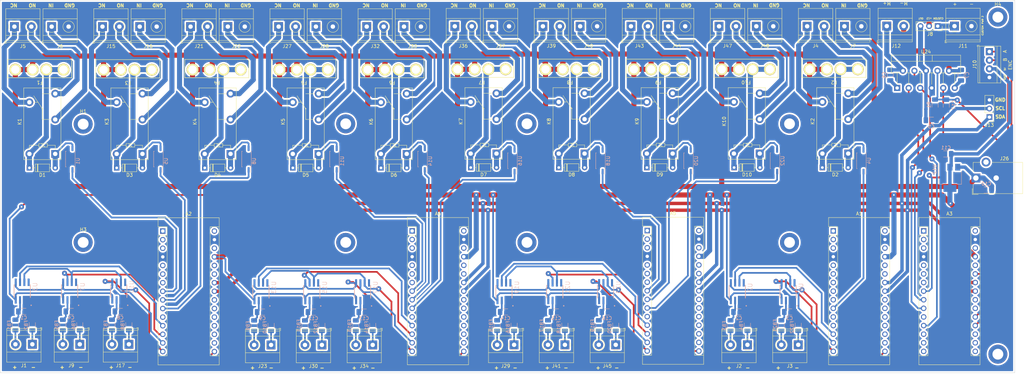
<source format=kicad_pcb>
(kicad_pcb (version 20211014) (generator pcbnew)
  (layers (0 "F.Cu" signal) (31 "B.Cu" signal) (34 "B.Paste" user) (35 "F.Paste" user) (36 "B.SilkS" user "B.Silkscreen") (37 "F.SilkS" user "F.Silkscreen") (38 "B.Mask" user) (39 "F.Mask" user) (44 "Edge.Cuts" user))
  (net 0 "")
  (net 4 "GND")
  (net 6 "/PWM7")
  (net 7 "/THRM1")
  (net 8 "/BR1")
  (net 9 "/DIR1")
  (net 10 "/MC1")
  (net 11 "/SS7")
  (net 12 "/DATA3")
  (net 13 "/CLK3")
  (net 16 "/A1")
  (net 17 "/B1")
  (net 20 "/I2C_DAT")
  (net 21 "/I2C_CLK")
  (net 22 "/CSEN1")
  (net 24 "+5V")
  (net 26 "+12V")
  (net 30 "/PWM1")
  (net 31 "/PWM2")
  (net 32 "/PWM3")
  (net 34 "/SS1")
  (net 35 "/SS2")
  (net 36 "/SS3")
  (net 37 "/DATA1")
  (net 38 "/CLK1")
  (net 52 "/PWM10")
  (net 55 "/SS10")
  (net 57 "/SS11")
  (net 58 "/DATA4")
  (net 59 "/CLK4")
  (net 60 "/3V3")
  (net 72 "/PWM4")
  (net 73 "/PWM5")
  (net 74 "/PWM6")
  (net 76 "/SS4")
  (net 77 "/SS5")
  (net 78 "/SS6")
  (net 79 "/DATA2")
  (net 80 "/CLK2")
  (net 90 "Net-(C6-Pad1)")
  (net 91 "Net-(C6-Pad2)")
  (net 92 "/CUST1")
  (net 93 "Net-(D1-Pad2)")
  (net 94 "Net-(J6-Pad1)")
  (net 95 "Net-(J5-Pad2)")
  (net 96 "Net-(J5-Pad1)")
  (net 97 "Net-(D1-Pad1)")
  (net 98 "Net-(D2-Pad2)")
  (net 99 "Net-(J7-Pad1)")
  (net 100 "Net-(D2-Pad1)")
  (net 101 "Net-(D3-Pad2)")
  (net 102 "Net-(J16-Pad1)")
  (net 103 "Net-(J15-Pad2)")
  (net 104 "Net-(J15-Pad1)")
  (net 105 "Net-(D3-Pad1)")
  (net 106 "Net-(D4-Pad2)")
  (net 107 "Net-(J22-Pad1)")
  (net 108 "Net-(J21-Pad2)")
  (net 109 "Net-(J21-Pad1)")
  (net 110 "Net-(D4-Pad1)")
  (net 111 "Net-(D5-Pad2)")
  (net 112 "Net-(J28-Pad1)")
  (net 113 "Net-(J27-Pad2)")
  (net 114 "Net-(J27-Pad1)")
  (net 115 "Net-(D5-Pad1)")
  (net 116 "Net-(D6-Pad2)")
  (net 117 "Net-(J32-Pad2)")
  (net 118 "Net-(J32-Pad1)")
  (net 119 "Net-(D6-Pad1)")
  (net 120 "Net-(D7-Pad2)")
  (net 121 "Net-(J37-Pad1)")
  (net 122 "Net-(J36-Pad2)")
  (net 123 "Net-(J36-Pad1)")
  (net 124 "Net-(D7-Pad1)")
  (net 125 "Net-(J4-Pad2)")
  (net 129 "/PWM8")
  (net 130 "/PWM9")
  (net 132 "/SS8")
  (net 133 "/SS9")
  (net 143 "Net-(C5-Pad1)")
  (net 144 "Net-(C7-Pad1)")
  (net 145 "Net-(C7-Pad2)")
  (net 146 "/T+5")
  (net 147 "/T+6")
  (net 148 "/T+8")
  (net 149 "/T+9")
  (net 150 "Net-(D8-Pad1)")
  (net 151 "Net-(D9-Pad1)")
  (net 152 "Net-(D10-Pad1)")
  (net 153 "/T+1")
  (net 154 "Net-(FB1-Pad2)")
  (net 155 "Net-(FB2-Pad2)")
  (net 156 "/T+10")
  (net 157 "Net-(FB3-Pad2)")
  (net 158 "Net-(FB4-Pad2)")
  (net 159 "/T+2")
  (net 160 "Net-(FB5-Pad2)")
  (net 161 "Net-(FB6-Pad2)")
  (net 162 "/T+3")
  (net 163 "Net-(FB7-Pad2)")
  (net 164 "Net-(FB8-Pad2)")
  (net 165 "/T+4")
  (net 166 "Net-(FB9-Pad2)")
  (net 167 "Net-(FB10-Pad2)")
  (net 168 "Net-(FB11-Pad2)")
  (net 169 "Net-(FB12-Pad2)")
  (net 170 "Net-(FB13-Pad2)")
  (net 171 "Net-(FB14-Pad2)")
  (net 172 "/T+7")
  (net 173 "Net-(FB15-Pad2)")
  (net 174 "Net-(FB16-Pad2)")
  (net 175 "Net-(FB17-Pad2)")
  (net 176 "Net-(FB18-Pad2)")
  (net 177 "Net-(FB19-Pad2)")
  (net 178 "Net-(FB20-Pad2)")
  (net 179 "/T+11")
  (net 180 "Net-(FB21-Pad2)")
  (net 181 "Net-(FB22-Pad2)")
  (net 182 "Net-(J4-Pad1)")
  (net 183 "Net-(J39-Pad1)")
  (net 184 "Net-(J39-Pad2)")
  (net 185 "Net-(J40-Pad1)")
  (net 186 "Net-(J43-Pad1)")
  (net 187 "Net-(J43-Pad2)")
  (net 188 "Net-(J44-Pad1)")
  (net 189 "Net-(J47-Pad1)")
  (net 190 "Net-(J47-Pad2)")
  (net 191 "Net-(J48-Pad1)")
  (net 192 "Net-(D8-Pad2)")
  (net 193 "Net-(D9-Pad2)")
  (net 194 "Net-(D10-Pad2)")
  (net 225 "Net-(J33-Pad1)")
  (footprint "TerminalBlock_Phoenix:TerminalBlock_Phoenix_MKDS-1,5-2_1x02_P5.00mm_Horizontal" (layer "F.Cu") (at 151.7 101.7275 180)
    (fp_text reference "J29")
    (fp_text value "Term_2")
  )
  (footprint "Extras:Fuse_Holder" (layer "F.Cu") (at 142.15 20.105 180)
    (fp_text reference "F7")
    (fp_text value "10A")
  )
  (footprint "" (layer "F.Cu") (at 233 36.5)
    (fp_text reference "")
    (fp_text value "")
  )
  (footprint "" (layer "F.Cu") (at 155.5 36.5)
    (fp_text reference "")
    (fp_text value "")
  )
  (footprint "TerminalBlock_Phoenix:TerminalBlock_Phoenix_MKDS-1,5-2_1x02_P5.00mm_Horizontal" (layer "F.Cu") (at 212.2 7.71)
    (fp_text reference "J47")
    (fp_text value "Term_2")
  )
  (footprint "TerminalBlock_Phoenix:TerminalBlock_Phoenix_MKDS-1,5-2_1x02_P5.00mm_Horizontal" (layer "F.Cu") (at 93.2 7.805)
    (fp_text reference "J28")
    (fp_text value "Term_2")
  )
  (footprint "Module:Arduino_Nano" (layer "F.Cu") (at 191 68)
    (fp_text reference "A5")
    (fp_text value "Arduino_Nano_v3.x")
  )
  (footprint "Connector_BarrelJack:BarrelJack_CUI_PJ-102AH_Horizontal" (layer "F.Cu") (at 288 52.5 90)
    (fp_text reference "J26")
    (fp_text value "Barrel_Jack")
  )
  (footprint "TerminalBlock_Phoenix:TerminalBlock_Phoenix_MKDS-1,5-2_1x02_P5.00mm_Horizontal" (layer "F.Cu") (at 119.2 7.805)
    (fp_text reference "J33")
    (fp_text value "Term_2")
  )
  (footprint "TerminalBlock_Phoenix:TerminalBlock_Phoenix_MKDS-1,5-2_1x02_P5.00mm_Horizontal" (layer "F.Cu") (at 238.2 7.71)
    (fp_text reference "J4")
    (fp_text value "Term_2")
  )
  (footprint "Diode_THT:D_DO-35_SOD27_P7.62mm_Horizontal" (layer "F.Cu") (at 164.89 49.405)
    (fp_text reference "D8")
    (fp_text value "General_Purpose_Diode")
  )
  (footprint "MountingHole:MountingHole_3.2mm_M3_DIN965_Pad" (layer "F.Cu") (at 294.5 5)
    (fp_text reference "H4")
    (fp_text value "MountingHole")
  )
  (footprint "TerminalBlock_Phoenix:TerminalBlock_Phoenix_MKDS-1,5-2_1x02_P5.00mm_Horizontal" (layer "F.Cu") (at 166.7 101.7275 180)
    (fp_text reference "J41")
    (fp_text value "Term_2")
  )
  (footprint "TerminalBlock_Phoenix:TerminalBlock_Phoenix_MKDS-1,5-2_1x02_P5.00mm_Horizontal" (layer "F.Cu") (at 249.2 7.71)
    (fp_text reference "J7")
    (fp_text value "Term_2")
  )
  (footprint "Module:Arduino_Nano" (layer "F.Cu") (at 272.59 68.105)
    (fp_text reference "A3")
    (fp_text value "Arduino_Nano_v3.x")
  )
  (footprint "TerminalBlock_Phoenix:TerminalBlock_Phoenix_MKDS-1,5-2_1x02_P5.00mm_Horizontal" (layer "F.Cu") (at 109.968315 101.766676 180)
    (fp_text reference "J34")
    (fp_text value "Term_2")
  )
  (footprint "Connector_PinSocket_2.54mm:PinSocket_1x03_P2.54mm_Vertical" (layer "F.Cu") (at 276.74 7.66 -90)
    (fp_text reference "J8")
    (fp_text value "Conn_01x03_Male")
  )
  (footprint "Diode_THT:D_DO-35_SOD27_P7.62mm_Horizontal" (layer "F.Cu") (at 60.39 49.5)
    (fp_text reference "D4")
    (fp_text value "General_Purpose_Diode")
  )
  (footprint "TerminalBlock_Phoenix:TerminalBlock_Phoenix_MKDS-1,5-2_1x02_P5.00mm_Horizontal" (layer "F.Cu") (at 15.2 7.805)
    (fp_text reference "J6")
    (fp_text value "Term_2")
  )
  (footprint "" (layer "F.Cu") (at 233 71.5)
    (fp_text reference "")
    (fp_text value "")
  )
  (footprint "MountingHole:MountingHole_3.2mm_M3_DIN965_Pad" (layer "F.Cu") (at 24.5 71.5)
    (fp_text reference "H3")
    (fp_text value "MountingHole")
  )
  (footprint "TerminalBlock_Phoenix:TerminalBlock_Phoenix_MKDS-1,5-2_1x02_P5.00mm_Horizontal" (layer "F.Cu") (at 181.7 101.7275 180)
    (fp_text reference "J45")
    (fp_text value "Term_2")
  )
  (footprint "Relay_THT:Relay_SPDT_Omron-G5Q-1" (layer "F.Cu") (at 198.5 45.28 90)
    (fp_text reference "K9")
    (fp_text value "G5Q-1")
  )
  (footprint "Connector_PinHeader_2.54mm:PinHeader_1x03_P2.54mm_Vertical" (layer "F.Cu") (at 292 34.525 180)
    (fp_text reference "J13")
    (fp_text value "Conn_01x03_Male")
  )
  (footprint "Module:Arduino_Nano" (layer "F.Cu") (at 121.608315 68.105)
    (fp_text reference "A4")
    (fp_text value "Arduino_Nano_v3.x")
  )
  (footprint "TerminalBlock_Phoenix:TerminalBlock_Phoenix_MKDS-1,5-2_1x02_P5.00mm_Horizontal" (layer "F.Cu") (at 223.2 7.71)
    (fp_text reference "J48")
    (fp_text value "Term_2")
  )
  (footprint "TerminalBlock_TE-Connectivity:TerminalBlock_TE_282834-4_1x04_P2.54mm_Horizontal" (layer "F.Cu") (at 292 15.185 -90)
    (fp_text reference "J10")
    (fp_text value "Screw_Terminal_01x04")
  )
  (footprint "Relay_THT:Relay_SPDT_Omron-G5Q-1" (layer "F.Cu") (at 250.325 45.28 90)
    (fp_text reference "K2")
    (fp_text value "G5Q-1")
  )
  (footprint "Diode_THT:D_DO-35_SOD27_P7.62mm_Horizontal" (layer "F.Cu") (at 190.89 49.405)
    (fp_text reference "D9")
    (fp_text value "General_Purpose_Diode")
  )
  (footprint "Extras:Fuse_Holder" (layer "F.Cu") (at 115.65 20.2 180)
    (fp_text reference "F6")
    (fp_text value "10A")
  )
  (footprint "TerminalBlock_Phoenix:TerminalBlock_Phoenix_MKDS-1,5-2_1x02_P5.00mm_Horizontal" (layer "F.Cu") (at 145.2 7.71)
    (fp_text reference "J37")
    (fp_text value "Term_2")
  )
  (footprint "Diode_THT:D_DO-35_SOD27_P7.62mm_Horizontal" (layer "F.Cu") (at 216.64 49.405)
    (fp_text reference "D10")
    (fp_text value "General_Purpose_Diode")
  )
  (footprint "TerminalBlock_Phoenix:TerminalBlock_Phoenix_MKDS-1,5-2_1x02_P5.00mm_Horizontal" (layer "F.Cu") (at 38 101.5725 180)
    (fp_text reference "J17")
    (fp_text value "Term_2")
  )
  (footprint "" (layer "F.Cu") (at 102 36.5)
    (fp_text reference "")
    (fp_text value "")
  )
  (footprint "Package_TO_SOT_THT:TO-220-11_P3.4x5.08mm_StaggerOdd_Lead4.85mm_Vertical" (layer "F.Cu") (at 264.77 25.915)
    (fp_text reference "U24")
    (fp_text value "LMD18200")
  )
  (footprint "TerminalBlock_Phoenix:TerminalBlock_Phoenix_MKDS-1,5-2_1x02_P5.00mm_Horizontal" (layer "F.Cu") (at 67.2 7.805)
    (fp_text reference "J22")
    (fp_text value "Term_2")
  )
  (footprint "" (layer "F.Cu") (at 294.5 104.5)
    (fp_text reference "")
    (fp_text value "")
  )
  (footprint "TerminalBlock_Phoenix:TerminalBlock_Phoenix_MKDS-1,5-2_1x02_P5.00mm_Horizontal" (layer "F.Cu") (at 160.2 7.71)
    (fp_text reference "J39")
    (fp_text value "Term_2")
  )
  (footprint "TerminalBlock_Phoenix:TerminalBlock_Phoenix_MKDS-1,5-2_1x02_P5.00mm_Horizontal" (layer "F.Cu") (at 9.5 101.5725 180)
    (fp_text reference "J1")
    (fp_text value "Term_2")
  )
  (footprint "Diode_THT:D_DO-35_SOD27_P7.62mm_Horizontal" (layer "F.Cu") (at 112.39 49.5)
    (fp_text reference "D6")
    (fp_text value "General_Purpose_Diode")
  )
  (footprint "Diode_THT:D_DO-35_SOD27_P7.62mm_Horizontal" (layer "F.Cu") (at 242.69 49.405)
    (fp_text reference "D2")
    (fp_text value "General_Purpose_Diode")
  )
  (footprint "Relay_THT:Relay_SPDT_Omron-G5Q-1" (layer "F.Cu") (at 16.25 45.375 90)
    (fp_text reference "K1")
    (fp_text value "G5Q-1")
  )
  (footprint "TerminalBlock_Phoenix:TerminalBlock_Phoenix_MKDS-1,5-2_1x02_P5.00mm_Horizontal" (layer "F.Cu") (at 197.2 7.71)
    (fp_text reference "J44")
    (fp_text value "Term_2")
  )
  (footprint "Relay_THT:Relay_SPDT_Omron-G5Q-1" (layer "F.Cu") (at 42 45.375 90)
    (fp_text reference "K3")
    (fp_text value "G5Q-1")
  )
  (footprint "TerminalBlock_Phoenix:TerminalBlock_Phoenix_MKDS-1,5-2_1x02_P5.00mm_Horizontal" (layer "F.Cu") (at 82.2 7.805)
    (fp_text reference "J27")
    (fp_text value "Term_2")
  )
  (footprint "TerminalBlock_Phoenix:TerminalBlock_Phoenix_MKDS-1,5-2_1x02_P5.00mm_Horizontal" (layer "F.Cu") (at 23.5 101.5725 180)
    (fp_text reference "J9")
    (fp_text value "Term_2")
  )
  (footprint "Relay_THT:Relay_SPDT_Omron-G5Q-1" (layer "F.Cu") (at 68 45.375 90)
    (fp_text reference "K4")
    (fp_text value "G5Q-1")
  )
  (footprint "" (layer "F.Cu") (at 155.5 71.5)
    (fp_text reference "")
    (fp_text value "")
  )
  (footprint "TerminalBlock_Phoenix:TerminalBlock_Phoenix_MKDS-1,5-2_1x02_P5.00mm_Horizontal" (layer "F.Cu") (at 186.2 7.71)
    (fp_text reference "J43")
    (fp_text value "Term_2")
  )
  (footprint "Module:Arduino_Nano" (layer "F.Cu") (at 48 68.155)
    (fp_text reference "A2")
    (fp_text value "Arduino_Nano_v3.x")
  )
  (footprint "Diode_THT:D_DO-35_SOD27_P7.62mm_Horizontal" (layer "F.Cu") (at 138.89 49.405)
    (fp_text reference "D7")
    (fp_text value "General_Purpose_Diode")
  )
  (footprint "Relay_THT:Relay_SPDT_Omron-G5Q-1" (layer "F.Cu") (at 94 45.375 90)
    (fp_text reference "K5")
    (fp_text value "G5Q-1")
  )
  (footprint "TerminalBlock_Phoenix:TerminalBlock_Phoenix_MKDS-1,5-2_1x02_P5.00mm_Horizontal" (layer "F.Cu") (at 30.2 7.805)
    (fp_text reference "J15")
    (fp_text value "Term_2")
  )
  (footprint "TerminalBlock_Phoenix:TerminalBlock_Phoenix_MKDS-1,5-2_1x02_P5.00mm_Horizontal" (layer "F.Cu") (at 4.2 7.805)
    (fp_text reference "J5")
    (fp_text value "Term_2")
  )
  (footprint "Relay_THT:Relay_SPDT_Omron-G5Q-1" (layer "F.Cu") (at 172.5 45.28 90)
    (fp_text reference "K8")
    (fp_text value "G5Q-1")
  )
  (footprint "TerminalBlock_Phoenix:TerminalBlock_Phoenix_MKDS-1,5-2_1x02_P5.00mm_Horizontal" (layer "F.Cu") (at 261.7 7.655)
    (fp_text reference "J12")
    (fp_text value "Term_2")
  )
  (footprint "Extras:Fuse_Holder" (layer "F.Cu") (at 37.7 20.25 180)
    (fp_text reference "F3")
    (fp_text value "10A")
  )
  (footprint "TerminalBlock_Phoenix:TerminalBlock_Phoenix_MKDS-1,5-2_1x02_P5.00mm_Horizontal" (layer "F.Cu") (at 56.2 7.805)
    (fp_text reference "J21")
    (fp_text value "Term_2")
  )
  (footprint "TerminalBlock_Phoenix:TerminalBlock_Phoenix_MKDS-1,5-2_1x02_P5.00mm_Horizontal" (layer "F.Cu") (at 171.2 7.71)
    (fp_text reference "J40")
    (fp_text value "Term_2")
  )
  (footprint "Diode_THT:D_DO-35_SOD27_P7.62mm_Horizontal" (layer "F.Cu") (at 8.64 49.5)
    (fp_text reference "D1")
    (fp_text value "General_Purpose_Diode")
  )
  (footprint "TerminalBlock_Phoenix:TerminalBlock_Phoenix_MKDS-1,5-2_1x02_P5.00mm_Horizontal" (layer "F.Cu") (at 281.7 7.66)
    (fp_text reference "J11")
    (fp_text value "Term_2")
  )
  (footprint "Extras:Fuse_Holder" (layer "F.Cu") (at 89.65 20.2 180)
    (fp_text reference "F5")
    (fp_text value "10A")
  )
  (footprint "TerminalBlock_Phoenix:TerminalBlock_Phoenix_MKDS-1,5-2_1x02_P5.00mm_Horizontal" (layer "F.Cu") (at 220.575 101.7275 180)
    (fp_text reference "J2")
    (fp_text value "Term_2")
  )
  (footprint "TerminalBlock_Phoenix:TerminalBlock_Phoenix_MKDS-1,5-2_1x02_P5.00mm_Horizontal" (layer "F.Cu") (at 235.575 101.7275 180)
    (fp_text reference "J3")
    (fp_text value "Term_2")
  )
  (footprint "TerminalBlock_Phoenix:TerminalBlock_Phoenix_MKDS-1,5-2_1x02_P5.00mm_Horizontal" (layer "F.Cu") (at 41.2 7.805)
    (fp_text reference "J16")
    (fp_text value "Term_2")
  )
  (footprint "Extras:Fuse_Holder" (layer "F.Cu") (at 63.95 20.2 180)
    (fp_text reference "F4")
    (fp_text value "10A")
  )
  (footprint "Extras:Fuse_Holder" (layer "F.Cu") (at 168.15 20.105 180)
    (fp_text reference "F8")
    (fp_text value "10A")
  )
  (footprint "Diode_THT:D_DO-35_SOD27_P7.62mm_Horizontal" (layer "F.Cu") (at 86.39 49.5)
    (fp_text reference "D5")
    (fp_text value "General_Purpose_Diode")
  )
  (footprint "TerminalBlock_Phoenix:TerminalBlock_Phoenix_MKDS-1,5-2_1x02_P5.00mm_Horizontal" (layer "F.Cu") (at 134.2 7.71)
    (fp_text reference "J36")
    (fp_text value "Term_2")
  )
  (footprint "Module:Arduino_Nano" (layer "F.Cu") (at 245.92 68.105)
    (fp_text reference "A1")
    (fp_text value "Arduino_Nano_v3.x")
  )
  (footprint "TerminalBlock_Phoenix:TerminalBlock_Phoenix_MKDS-1,5-2_1x02_P5.00mm_Horizontal" (layer "F.Cu") (at 108.2 7.805)
    (fp_text reference "J32")
    (fp_text value "Term_2")
  )
  (footprint "Extras:Fuse_Holder" (layer "F.Cu") (at 194.23 20.105 180)
    (fp_text reference "F9")
    (fp_text value "10A")
  )
  (footprint "Relay_THT:Relay_SPDT_Omron-G5Q-1" (layer "F.Cu") (at 224.2 45.28 90)
    (fp_text reference "K10")
    (fp_text value "G5Q-1")
  )
  (footprint "Relay_THT:Relay_SPDT_Omron-G5Q-1" (layer "F.Cu") (at 146.5 45.28 90)
    (fp_text reference "K7")
    (fp_text value "G5Q-1")
  )
  (footprint "TerminalBlock_Phoenix:TerminalBlock_Phoenix_MKDS-1,5-2_1x02_P5.00mm_Horizontal" (layer "F.Cu") (at 79.968315 101.766676 180)
    (fp_text reference "J23")
    (fp_text value "Term_2")
  )
  (footprint "Extras:Fuse_Holder" (layer "F.Cu") (at 11.65 20.2 180)
    (fp_text reference "F1")
    (fp_text value "10A")
  )
  (footprint "Extras:Fuse_Holder" (layer "F.Cu") (at 220.15 20.105 180)
    (fp_text reference "F10")
    (fp_text value "10A")
  )
  (footprint "Extras:Fuse_Holder" (layer "F.Cu") (at 246.1 20.105 180)
    (fp_text reference "F2")
    (fp_text value "10A")
  )
  (footprint "" (layer "F.Cu") (at 102 71.5)
    (fp_text reference "")
    (fp_text value "")
  )
  (footprint "Relay_THT:Relay_SPDT_Omron-G5Q-1" (layer "F.Cu") (at 120 45.375 90)
    (fp_text reference "K6")
    (fp_text value "G5Q-1")
  )
  (footprint "MountingHole:MountingHole_3.2mm_M3_DIN965_Pad" (layer "F.Cu") (at 24.5 36.595)
    (fp_text reference "H1")
    (fp_text value "MountingHole")
  )
  (footprint "TerminalBlock_Phoenix:TerminalBlock_Phoenix_MKDS-1,5-2_1x02_P5.00mm_Horizontal" (layer "F.Cu") (at 94.968315 101.766676 180)
    (fp_text reference "J30")
    (fp_text value "Term_2")
  )
  (footprint "Diode_THT:D_DO-35_SOD27_P7.62mm_Horizontal" (layer "F.Cu") (at 34.39 49.5)
    (fp_text reference "D3")
    (fp_text value "General_Purpose_Diode")
  )
  (footprint "Extras:SO08-MAX6675" (layer "B.Cu") (at 163.7 86.0325 180)
    (fp_text reference "U21")
    (fp_text value "MAX6675ISA+")
  )
  (footprint "Capacitor_SMD:C_1206_3216Metric_Pad1.33x1.80mm_HandSolder" (layer "B.Cu") (at 218.0125 92.0325)
    (fp_text reference "C2")
    (fp_text value "0.01 uF")
  )
  (footprint "Resistor_SMD:R_1206_3216Metric_Pad1.30x1.75mm_HandSolder" (layer "B.Cu") (at 104.968315 96.071676 -90)
    (fp_text reference "FB13")
    (fp_text value "Ferrite_Bead_Small")
  )
  (footprint "Resistor_SMD:R_1206_3216Metric_Pad1.30x1.75mm_HandSolder" (layer "B.Cu") (at 79.968315 96.071676 -90)
    (fp_text reference "FB10")
    (fp_text value "Ferrite_Bead_Small")
  )
  (footprint "Resistor_SMD:R_1206_3216Metric_Pad1.30x1.75mm_HandSolder" (layer "B.Cu") (at 23.5 95.8775 -90)
    (fp_text reference "FB6")
    (fp_text value "Ferrite_Bead_Small")
  )
  (footprint "Package_SO:SOP-4_4.4x2.6mm_P1.27mm" (layer "B.Cu") (at 228.7 47.405 90)
    (fp_text reference "U22")
    (fp_text value "TCMT1100")
  )
  (footprint "Capacitor_SMD:C_1206_3216Metric_Pad1.33x1.80mm_HandSolder" (layer "B.Cu") (at 279.26 30.93 -90)
    (fp_text reference "C17")
    (fp_text value "10 nF")
  )
  (footprint "Resistor_SMD:R_1206_3216Metric_Pad1.30x1.75mm_HandSolder" (layer "B.Cu") (at 9.5 95.8775 -90)
    (fp_text reference "FB2")
    (fp_text value "Ferrite_Bead_Small")
  )
  (footprint "Resistor_SMD:R_1206_3216Metric_Pad1.30x1.75mm_HandSolder" (layer "B.Cu") (at 166.7 96.0325 -90)
    (fp_text reference "FB18")
    (fp_text value "Ferrite_Bead_Small")
  )
  (footprint "Resistor_SMD:R_1206_3216Metric_Pad1.30x1.75mm_HandSolder" (layer "B.Cu") (at 161.7 96.0325 -90)
    (fp_text reference "FB17")
    (fp_text value "Ferrite_Bead_Small")
  )
  (footprint "Resistor_SMD:R_1206_3216Metric_Pad1.30x1.75mm_HandSolder" (layer "B.Cu") (at 4.5 95.8775 -90)
    (fp_text reference "FB1")
    (fp_text value "Ferrite_Bead_Small")
  )
  (footprint "Capacitor_SMD:C_1206_3216Metric_Pad1.33x1.80mm_HandSolder" (layer "B.Cu") (at 35.4375 91.8775)
    (fp_text reference "C8")
    (fp_text value "0.01 uF")
  )
  (footprint "Package_SO:SOP-4_4.4x2.6mm_P1.27mm" (layer "B.Cu") (at 46.7 46.905 90)
    (fp_text reference "U5")
    (fp_text value "TCMT1100")
  )
  (footprint "Package_TO_SOT_SMD:SOT-223-3_TabPin2" (layer "B.Cu") (at 280.34 52.44 -90)
    (fp_text reference "U12")
    (fp_text value "AP1117-50")
  )
  (footprint "Extras:SO08-MAX6675" (layer "B.Cu") (at 217.575 86.0325 180)
    (fp_text reference "U2")
    (fp_text value "MAX6675ISA+")
  )
  (footprint "Resistor_SMD:R_1206_3216Metric_Pad1.30x1.75mm_HandSolder" (layer "B.Cu") (at 215.575 96.0325 -90)
    (fp_text reference "FB3")
    (fp_text value "Ferrite_Bead_Small")
  )
  (footprint "Extras:SO08-MAX6675" (layer "B.Cu") (at 76.968315 86.071676 180)
    (fp_text reference "U13")
    (fp_text value "MAX6675ISA+")
  )
  (footprint "Resistor_SMD:R_1206_3216Metric_Pad1.30x1.75mm_HandSolder" (layer "B.Cu") (at 74.968315 96.071676 -90)
    (fp_text reference "FB9")
    (fp_text value "Ferrite_Bead_Small")
  )
  (footprint "Capacitor_SMD:C_1206_3216Metric_Pad1.33x1.80mm_HandSolder" (layer "B.Cu") (at 262.74 22.13 -90)
    (fp_text reference "C6")
    (fp_text value "10 nF")
  )
  (footprint "Resistor_SMD:R_1206_3216Metric_Pad1.30x1.75mm_HandSolder" (layer "B.Cu") (at 18.5 95.8775 -90)
    (fp_text reference "FB5")
    (fp_text value "Ferrite_Bead_Small")
  )
  (footprint "Resistor_SMD:R_1206_3216Metric_Pad1.30x1.75mm_HandSolder" (layer "B.Cu") (at 38 95.8775 -90)
    (fp_text reference "FB8")
    (fp_text value "Ferrite_Bead_Small")
  )
  (footprint "Extras:SO08-MAX6675" (layer "B.Cu") (at 106.968315 86.071676 180)
    (fp_text reference "U17")
    (fp_text value "MAX6675ISA+")
  )
  (footprint "Resistor_SMD:R_1206_3216Metric_Pad1.30x1.75mm_HandSolder" (layer "B.Cu") (at 109.968315 96.071676 -90)
    (fp_text reference "FB14")
    (fp_text value "Ferrite_Bead_Small")
  )
  (footprint "Resistor_SMD:R_1206_3216Metric_Pad1.30x1.75mm_HandSolder" (layer "B.Cu") (at 181.7 96.0325 -90)
    (fp_text reference "FB20")
    (fp_text value "Ferrite_Bead_Small")
  )
  (footprint "Extras:SO08-MAX6675" (layer "B.Cu") (at 232.575 86.0325 180)
    (fp_text reference "U6")
    (fp_text value "MAX6675ISA+")
  )
  (footprint "Extras:SO08-MAX6675" (layer "B.Cu") (at 91.968315 86.071676 180)
    (fp_text reference "U15")
    (fp_text value "MAX6675ISA+")
  )
  (footprint "Package_SO:SOP-4_4.4x2.6mm_P1.27mm" (layer "B.Cu") (at 124.7 46.905 90)
    (fp_text reference "U14")
    (fp_text value "TCMT1100")
  )
  (footprint "Capacitor_SMD:C_1206_3216Metric_Pad1.33x1.80mm_HandSolder" (layer "B.Cu") (at 6.9375 91.8775)
    (fp_text reference "C1")
    (fp_text value "0.01 uF")
  )
  (footprint "Resistor_SMD:R_1206_3216Metric_Pad1.30x1.75mm_HandSolder" (layer "B.Cu") (at 151.7 96.0325 -90)
    (fp_text reference "FB16")
    (fp_text value "Ferrite_Bead_Small")
  )
  (footprint "Capacitor_SMD:C_1206_3216Metric_Pad1.33x1.80mm_HandSolder" (layer "B.Cu") (at 283.63 22.15 90)
    (fp_text reference "C7")
    (fp_text value "10 nF")
  )
  (footprint "Resistor_SMD:R_1206_3216Metric_Pad1.30x1.75mm_HandSolder" (layer "B.Cu") (at 89.968315 96.071676 -90)
    (fp_text reference "FB11")
    (fp_text value "Ferrite_Bead_Small")
  )
  (footprint "Resistor_SMD:R_1206_3216Metric_Pad1.30x1.75mm_HandSolder" (layer "B.Cu") (at 220.575 96.0325 -90)
    (fp_text reference "FB4")
    (fp_text value "Ferrite_Bead_Small")
  )
  (footprint "Capacitor_SMD:C_1206_3216Metric_Pad1.33x1.80mm_HandSolder" (layer "B.Cu") (at 107.405815 92.071676)
    (fp_text reference "C13")
    (fp_text value "0.01 uF")
  )
  (footprint "Package_SO:SOP-4_4.4x2.6mm_P1.27mm" (layer "B.Cu") (at 72.7 46.905 90)
    (fp_text reference "U8")
    (fp_text value "TCMT1100")
  )
  (footprint "Package_SO:SOP-4_4.4x2.6mm_P1.27mm" (layer "B.Cu") (at 98.7 46.905 90)
    (fp_text reference "U11")
    (fp_text value "TCMT1100")
  )
  (footprint "Extras:SO08-MAX6675" (layer "B.Cu") (at 35 85.8775 180)
    (fp_text reference "U10")
    (fp_text value "MAX6675ISA+")
  )
  (footprint "Resistor_SMD:R_1206_3216Metric_Pad1.30x1.75mm_HandSolder" (layer "B.Cu") (at 176.7 96.0325 -90)
    (fp_text reference "FB19")
    (fp_text value "Ferrite_Bead_Small")
  )
  (footprint "Resistor_SMD:R_1206_3216Metric_Pad1.30x1.75mm_HandSolder" (layer "B.Cu") (at 146.7 96.0325 -90)
    (fp_text reference "FB15")
    (fp_text value "Ferrite_Bead_Small")
  )
  (footprint "Extras:SO08-MAX6675" (layer "B.Cu") (at 178.7 86.0325 180)
    (fp_text reference "U23")
    (fp_text value "MAX6675ISA+")
  )
  (footprint "Capacitor_SMD:C_1206_3216Metric_Pad1.33x1.80mm_HandSolder" (layer "B.Cu") (at 179.1375 92.0325)
    (fp_text reference "C16")
    (fp_text value "0.01 uF")
  )
  (footprint "Extras:SO08-MAX6675" (layer "B.Cu") (at 20.5 85.8775 180)
    (fp_text reference "U7")
    (fp_text value "MAX6675ISA+")
  )
  (footprint "Capacitor_SMD:C_1206_3216Metric_Pad1.33x1.80mm_HandSolder" (layer "B.Cu") (at 164.1375 92.0325)
    (fp_text reference "C15")
    (fp_text value "0.01 uF")
  )
  (footprint "Capacitor_SMD:C_1206_3216Metric_Pad1.33x1.80mm_HandSolder" (layer "B.Cu") (at 77.405815 92.071676)
    (fp_text reference "C9")
    (fp_text value "0.01 uF")
  )
  (footprint "Package_SO:SOP-4_4.4x2.6mm_P1.27mm" (layer "B.Cu") (at 151.2 47.405 90)
    (fp_text reference "U16")
    (fp_text value "TCMT1100")
  )
  (footprint "Extras:SO08-MAX6675" (layer "B.Cu") (at 6.5 85.8775 180)
    (fp_text reference "U3")
    (fp_text value "MAX6675ISA+")
  )
  (footprint "Capacitor_SMD:C_1206_3216Metric_Pad1.33x1.80mm_HandSolder" (layer "B.Cu") (at 20.9375 91.8775)
    (fp_text reference "C4")
    (fp_text value "0.01 uF")
  )
  (footprint "Resistor_SMD:R_1206_3216Metric_Pad1.30x1.75mm_HandSolder" (layer "B.Cu") (at 230.575 96.0325 -90)
    (fp_text reference "FB21")
    (fp_text value "Ferrite_Bead_Small")
  )
  (footprint "Package_SO:SOP-4_4.4x2.6mm_P1.27mm" (layer "B.Cu") (at 177.2 47.405 90)
    (fp_text reference "U18")
    (fp_text value "TCMT1100")
  )
  (footprint "Resistor_SMD:R_1206_3216Metric_Pad1.30x1.75mm_HandSolder" (layer "B.Cu") (at 235.575 96.0325 -90)
    (fp_text reference "FB22")
    (fp_text value "Ferrite_Bead_Small")
  )
  (footprint "Package_SO:SOP-4_4.4x2.6mm_P1.27mm" (layer "B.Cu") (at 254.2 47.405 90)
    (fp_text reference "U4")
    (fp_text value "TCMT1100")
  )
  (footprint "Capacitor_SMD:C_1206_3216Metric_Pad1.33x1.80mm_HandSolder" (layer "B.Cu") (at 92.405815 92.071676)
    (fp_text reference "C12")
    (fp_text value "0.01 uF")
  )
  (footprint "Package_SO:SOP-4_4.4x2.6mm_P1.27mm" (layer "B.Cu") (at 20.7 46.905 90)
    (fp_text reference "U1")
    (fp_text value "TCMT1100")
  )
  (footprint "Resistor_SMD:R_1206_3216Metric_Pad1.30x1.75mm_HandSolder" (layer "B.Cu") (at 275.95 30.88 -90)
    (fp_text reference "R1")
    (fp_text value "2.2 k")
  )
  (footprint "Capacitor_SMD:C_1206_3216Metric_Pad1.33x1.80mm_HandSolder" (layer "B.Cu") (at 279.15 45.38 180)
    (fp_text reference "C11")
    (fp_text value "10uF")
  )
  (footprint "Resistor_SMD:R_1206_3216Metric_Pad1.30x1.75mm_HandSolder" (layer "B.Cu") (at 33 95.8775 -90)
    (fp_text reference "FB7")
    (fp_text value "Ferrite_Bead_Small")
  )
  (footprint "Extras:SO08-MAX6675" (layer "B.Cu") (at 148.7 86.0325 180)
    (fp_text reference "U19")
    (fp_text value "MAX6675ISA+")
  )
  (footprint "Resistor_SMD:R_1206_3216Metric_Pad1.30x1.75mm_HandSolder" (layer "B.Cu") (at 94.968315 96.071676 -90)
    (fp_text reference "FB12")
    (fp_text value "Ferrite_Bead_Small")
  )
  (footprint "Capacitor_SMD:C_1206_3216Metric_Pad1.33x1.80mm_HandSolder" (layer "B.Cu") (at 233.0125 92.0325)
    (fp_text reference "C3")
    (fp_text value "0.01 uF")
  )
  (footprint "Package_SO:SOP-4_4.4x2.6mm_P1.27mm" (layer "B.Cu") (at 203.2 47.405 90)
    (fp_text reference "U20")
    (fp_text value "TCMT1100")
  )
  (footprint "Capacitor_SMD:C_1206_3216Metric_Pad1.33x1.80mm_HandSolder" (layer "B.Cu") (at 291.09 56.05 180)
    (fp_text reference "C10")
    (fp_text value "10uF")
  )
  (footprint "Capacitor_SMD:C_1206_3216Metric_Pad1.33x1.80mm_HandSolder" (layer "B.Cu") (at 274.81 35.43)
    (fp_text reference "C5")
    (fp_text value "10uF")
  )
  (footprint "Capacitor_SMD:C_1206_3216Metric_Pad1.33x1.80mm_HandSolder" (layer "B.Cu") (at 149.1375 92.0325)
    (fp_text reference "C14")
    (fp_text value "0.01 uF")
  )
  (gr_rect (start 299.5 110) (end 0 0) (layer "Edge.Cuts") (width 0.1) (fill none))
  (gr_text "NO" (at 243.5 1.5 180) (layer "F.SilkS") (effects (font (size 1 1) (thickness 0.25))))
  (gr_text "OUT" (at 271.77 5.38 180) (layer "F.SilkS") (effects (font (size 0.5 0.5) (thickness 0.125))))
  (gr_text "CUSTOM PWR 2" (at 290 7.5 90) (layer "F.SilkS") (effects (font (size 0.5 0.5) (thickness 0.125))))
  (gr_text "NC" (at 186 1.5 180) (layer "F.SilkS") (effects (font (size 1 1) (thickness 0.25))))
  (gr_text "-" (at 286.74 1.26 180) (layer "F.SilkS") (effects (font (size 1 1))))
  (gr_text "GND" (at 176.5 1.5 180) (layer "F.SilkS") (effects (font (size 1 1) (thickness 0.25))))
  (gr_text "GND" (at 202.5 1.5 180) (layer "F.SilkS") (effects (font (size 1 1) (thickness 0.25))))
  (gr_text "NO" (at 113.5 1.5 180) (layer "F.SilkS") (effects (font (size 1 1) (thickness 0.25))))
  (gr_text "-" (at 220.67 108.5) (layer "F.SilkS") (effects (font (size 1 1) (thickness 0.25))))
  (gr_text "GND" (at 124.5 1.5 180) (layer "F.SilkS") (effects (font (size 1 1) (thickness 0.25))))
  (gr_text "SCL" (at 295.2 31.925) (layer "F.SilkS") (effects (font (size 1 1) (thickness 0.25))))
  (gr_text "+" (at 32.8 108.345) (layer "F.SilkS") (effects (font (size 1 1) (thickness 0.25))))
  (gr_text "-" (at 152 108.5) (layer "F.SilkS") (effects (font (size 1 1) (thickness 0.25))))
  (gr_text "+" (at 176.5 108.5) (layer "F.SilkS") (effects (font (size 1 1) (thickness 0.25))))
  (gr_text "-" (at 167 108.5) (layer "F.SilkS") (effects (font (size 1 1) (thickness 0.25))))
  (gr_text "IN" (at 41 1.5 180) (layer "F.SilkS") (effects (font (size 1 1) (thickness 0.25))))
  (gr_text "IN" (at 197 1.5 180) (layer "F.SilkS") (effects (font (size 1 1) (thickness 0.25))))
  (gr_text "GND" (at 46.5 1.5 180) (layer "F.SilkS") (effects (font (size 1 1) (thickness 0.25))))
  (gr_text "NC" (at 108 1.5 180) (layer "F.SilkS") (effects (font (size 1 1) (thickness 0.25))))
  (gr_text "IN" (at 249 1.5 180) (layer "F.SilkS") (effects (font (size 1 1) (thickness 0.25))))
  (gr_text "SDA" (at 295.2 34.425) (layer "F.SilkS") (effects (font (size 1 1) (thickness 0.25))))
  (gr_text "-" (at 9.8 108.345) (layer "F.SilkS") (effects (font (size 1 1) (thickness 0.25))))
  (gr_text "+" (at 104.518315 108.539176) (layer "F.SilkS") (effects (font (size 1 1) (thickness 0.25))))
  (gr_text "IN" (at 171 1.5 180) (layer "F.SilkS") (effects (font (size 1 1) (thickness 0.25))))
  (gr_text "NO" (at 217.5 1.5 180) (layer "F.SilkS") (effects (font (size 1 1) (thickness 0.25))))
  (gr_text "GND" (at 296.55 22.745 90) (layer "F.SilkS") (effects (font (size 0.5 0.5) (thickness 0.125))))
  (gr_text "-" (at 182 108.5) (layer "F.SilkS") (effects (font (size 1 1) (thickness 0.25))))
  (gr_text "+" (at 229.67 108.5) (layer "F.SilkS") (effects (font (size 1 1) (thickness 0.25))))
  (gr_text "NO" (at 61.5 1.5 180) (layer "F.SilkS") (effects (font (size 1 1) (thickness 0.25))))
  (gr_text "-" (at 95.018315 108.539176) (layer "F.SilkS") (effects (font (size 1 1) (thickness 0.25))))
  (gr_text "NC" (at 160 1.5 180) (layer "F.SilkS") (effects (font (size 1 1) (thickness 0.25))))
  (gr_text "CUSTOM" (at 276.907 5.36 180) (layer "F.SilkS") (effects (font (size 0.5 0.5) (thickness 0.125))))
  (gr_text "NO" (at 35.5 1.5 180) (layer "F.SilkS") (effects (font (size 1 1) (thickness 0.25))))
  (gr_text "GND" (at 20.5 1.5 180) (layer "F.SilkS") (effects (font (size 1 1) (thickness 0.25))))
  (gr_text "+" (at 18.3 108.345) (layer "F.SilkS") (effects (font (size 1 1) (thickness 0.25))))
  (gr_text "+" (at 161.5 108.5) (layer "F.SilkS") (effects (font (size 1 1) (thickness 0.25))))
  (gr_text "+" (at 74.5 108.5) (layer "F.SilkS") (effects (font (size 1 1) (thickness 0.25))))
  (gr_text "NC" (at 4 1.5 180) (layer "F.SilkS") (effects (font (size 1 1) (thickness 0.25))))
  (gr_text "NC" (at 56 1.5 180) (layer "F.SilkS") (effects (font (size 1 1) (thickness 0.25))))
  (gr_text "GND" (at 254.5 1.5 180) (layer "F.SilkS") (effects (font (size 1 1) (thickness 0.25))))
  (gr_text "NC" (at 212 1.5 180) (layer "F.SilkS") (effects (font (size 1 1) (thickness 0.25))))
  (gr_text "5V" (at 296.59 20.345 90) (layer "F.SilkS") (effects (font (size 0.5 0.5) (thickness 0.125))))
  (gr_text "+" (at 89.518315 108.539176) (layer "F.SilkS") (effects (font (size 1 1) (thickness 0.25))))
  (gr_text "NO" (at 139.5 1.5 180) (layer "F.SilkS") (effects (font (size 1 1) (thickness 0.25))))
  (gr_text "GND" (at 295.2 29.425) (layer "F.SilkS") (effects (font (size 1 1) (thickness 0.25))))
  (gr_text "GND" (at 72.5 1.5 180) (layer "F.SilkS") (effects (font (size 1 1) (thickness 0.25))))
  (gr_text "IN" (at 223 1.5 180) (layer "F.SilkS") (effects (font (size 1 1) (thickness 0.25))))
  (gr_text "NC" (at 134 1.5 180) (layer "F.SilkS") (effects (font (size 1 1) (thickness 0.25))))
  (gr_text "GND" (at 150.5 1.5 180) (layer "F.SilkS") (effects (font (size 1 1) (thickness 0.25))))
  (gr_text "IN" (at 15 1.5 180) (layer "F.SilkS") (effects (font (size 1 1) (thickness 0.25))))
  (gr_text "NO" (at 165.5 1.5 180) (layer "F.SilkS") (effects (font (size 1 1) (thickness 0.25))))
  (gr_text "NC" (at 82 1.5 180) (layer "F.SilkS") (effects (font (size 1 1) (thickness 0.25))))
  (gr_text "-" (at 80 108.5) (layer "F.SilkS") (effects (font (size 1 1) (thickness 0.25))))
  (gr_text "ENC" (at 298.15 19.108 90) (layer "F.SilkS") (effects (font (size 1 1))))
  (gr_text "-" (at 38.3 108.345) (layer "F.SilkS") (effects (font (size 1 1) (thickness 0.25))))
  (gr_text "+" (at 281.74 1.21 90) (layer "F.SilkS") (effects (font (size 1 1))))
  (gr_text "NC" (at 238 1.5 180) (layer "F.SilkS") (effects (font (size 1 1) (thickness 0.25))))
  (gr_text "M-" (at 266.71 0.94 180) (layer "F.SilkS") (effects (font (size 1 1))))
  (gr_text "NC" (at 30 1.5 180) (layer "F.SilkS") (effects (font (size 1 1) (thickness 0.25))))
  (gr_text "IN" (at 93 1.5 180) (layer "F.SilkS") (effects (font (size 1 1) (thickness 0.25))))
  (gr_text "GND" (at 98.5 1.5 180) (layer "F.SilkS") (effects (font (size 1 1) (thickness 0.25))))
  (gr_text "B" (at 296.65 17.545 90) (layer "F.SilkS") (effects (font (size 1 1))))
  (gr_text "A" (at 296.59 15.145 90) (layer "F.SilkS") (effects (font (size 1 1))))
  (gr_text "GND" (at 228.492446 1.439145 180) (layer "F.SilkS") (effects (font (size 1 1) (thickness 0.25))))
  (gr_text "-" (at 235.17 108.5) (layer "F.SilkS") (effects (font (size 1 1) (thickness 0.25))))
  (gr_text "IN" (at 119 1.5 180) (layer "F.SilkS") (effects (font (size 1 1) (thickness 0.25))))
  (gr_text "IN" (at 145 1.5 180) (layer "F.SilkS") (effects (font (size 1 1) (thickness 0.25))))
  (gr_text "NO" (at 87.5 1.5 180) (layer "F.SilkS") (effects (font (size 1 1) (thickness 0.25))))
  (gr_text "-" (at 110.018315 108.539176) (layer "F.SilkS") (effects (font (size 1 1) (thickness 0.25))))
  (gr_text "+12" (at 274.24 5.36 180) (layer "F.SilkS") (effects (font (size 0.5 0.5) (thickness 0.125))))
  (gr_text "+" (at 146.5 108.5) (layer "F.SilkS") (effects (font (size 1 1) (thickness 0.25))))
  (gr_text "NO" (at 9.5 1.5 180) (layer "F.SilkS") (effects (font (size 1 1) (thickness 0.25))))
  (gr_text "NO" (at 191.5 1.5 180) (layer "F.SilkS") (effects (font (size 1 1) (thickness 0.25))))
  (gr_text "-" (at 23.8 108.345) (layer "F.SilkS") (effects (font (size 1 1) (thickness 0.25))))
  (gr_text "+" (at 4.3 108.345) (layer "F.SilkS") (effects (font (size 1 1) (thickness 0.25))))
  (gr_text "+" (at 215.17 108.5) (layer "F.SilkS") (effects (font (size 1 1) (thickness 0.25))))
  (gr_text "IN" (at 67 1.5 180) (layer "F.SilkS") (effects (font (size 1 1) (thickness 0.25))))
  (gr_text "M+" (at 261.71 0.98 180) (layer "F.SilkS") (effects (font (size 1 1))))
  (segment (start 179.335 88.63092) (end 180.605 88.63092) (width 0.5) (layer "B.Cu") (net 4))
  (segment (start 219.48 91.9375) (end 219.575 92.0325) (width 0.5) (layer "B.Cu") (net 4))
  (segment (start 234.48 88.63092) (end 234.48 91.9375) (width 0.5) (layer "B.Cu") (net 4))
  (segment (start 234.48 91.9375) (end 234.575 92.0325) (width 0.5) (layer "B.Cu") (net 4))
  (segment (start 165.7 93.4825) (end 166.7 94.4825) (width 0.5) (layer "B.Cu") (net 4))
  (segment (start 180.7 92.0325) (end 180.7 93.4825) (width 0.5) (layer "B.Cu") (net 4))
  (segment (start 180.605 88.63092) (end 180.605 91.9375) (width 0.5) (layer "B.Cu") (net 4))
  (segment (start 219.575 92.0325) (end 219.575 93.4825) (width 0.5) (layer "B.Cu") (net 4))
  (segment (start 150.7 92.0325) (end 150.7 93.4825) (width 0.5) (layer "B.Cu") (net 4))
  (segment (start 180.7 93.4825) (end 181.7 94.4825) (width 0.5) (layer "B.Cu") (net 4))
  (segment (start 219.48 88.63092) (end 219.48 91.9375) (width 0.5) (layer "B.Cu") (net 4))
  (segment (start 165.605 91.9375) (end 165.7 92.0325) (width 0.5) (layer "B.Cu") (net 4))
  (segment (start 234.575 93.4825) (end 235.575 94.4825) (width 0.5) (layer "B.Cu") (net 4))
  (segment (start 150.7 93.4825) (end 151.7 94.4825) (width 0.5) (layer "B.Cu") (net 4))
  (segment (start 219.575 93.4825) (end 220.575 94.4825) (width 0.5) (layer "B.Cu") (net 4))
  (segment (start 165.605 88.63092) (end 165.605 91.9375) (width 0.5) (layer "B.Cu") (net 4))
  (segment (start 234.575 92.0325) (end 234.575 93.4825) (width 0.5) (layer "B.Cu") (net 4))
  (segment (start 180.605 91.9375) (end 180.7 92.0325) (width 0.5) (layer "B.Cu") (net 4))
  (segment (start 164.335 88.63092) (end 165.605 88.63092) (width 0.5) (layer "B.Cu") (net 4))
  (segment (start 165.7 92.0325) (end 165.7 93.4825) (width 0.5) (layer "B.Cu") (net 4))
  (segment (start 149.335 88.63092) (end 150.605 88.63092) (width 0.5) (layer "B.Cu") (net 4))
  (segment (start 233.21 88.63092) (end 234.48 88.63092) (width 0.5) (layer "B.Cu") (net 4))
  (segment (start 150.605 88.63092) (end 150.605 91.9375) (width 0.5) (layer "B.Cu") (net 4))
  (segment (start 150.605 91.9375) (end 150.7 92.0325) (width 0.5) (layer "B.Cu") (net 4))
  (segment (start 218.21 88.63092) (end 219.48 88.63092) (width 0.5) (layer "B.Cu") (net 4))
  (segment (start 194.41 66.395) (end 191.91 63.895) (width 0.5) (layer "B.Cu") (net 6))
  (segment (start 177.835 54.835) (end 177.835 50.5925) (width 0.5) (layer "B.Cu") (net 6))
  (segment (start 194.41 82.37) (end 194.41 66.395) (width 0.5) (layer "B.Cu") (net 6))
  (segment (start 186.895 63.895) (end 177.835 54.835) (width 0.5) (layer "B.Cu") (net 6))
  (segment (start 191 85.78) (end 194.41 82.37) (width 0.5) (layer "B.Cu") (net 6))
  (segment (start 191.91 63.895) (end 186.895 63.895) (width 0.5) (layer "B.Cu") (net 6))
  (segment (start 274.899511 52.349511) (end 277.150489 52.349511) (width 0.5) (layer "F.Cu") (net 7))
  (segment (start 277.150489 52.349511) (end 278.37 51.13) (width 0.5) (layer "F.Cu") (net 7))
  (segment (start 274.25 51.7) (end 274.899511 52.349511) (width 0.5) (layer "F.Cu") (net 7))
  (segment (start 278.37 51.13) (end 278.37 25.915) (width 0.5) (layer "F.Cu") (net 7))
  (via (at 274.25 51.7) (size 1.5) (drill 0.5) (layers "F.Cu" "B.Cu") (net 7))
  (segment (start 275 85) (end 274.115 85.885) (width 0.5) (layer "B.Cu") (net 7))
  (segment (start 274.115 85.885) (end 272.59 85.885) (width 0.5) (layer "B.Cu") (net 7))
  (segment (start 274.25 51.7) (end 275 52.45) (width 0.5) (layer "B.Cu") (net 7))
  (segment (start 275 52.45) (end 275 85) (width 0.5) (layer "B.Cu") (net 7))
  (segment (start 271.35 51) (end 272.5 49.85) (width 0.5) (layer "F.Cu") (net 8))
  (segment (start 272.5 38.5) (end 269.87 35.87) (width 0.5) (layer "F.Cu") (net 8))
  (segment (start 269.87 35.87) (end 269.87 20.835) (width 0.5) (layer "F.Cu") (net 8))
  (segment (start 272.5 49.85) (end 272.5 38.5) (width 0.5) (layer "F.Cu") (net 8))
  (via (at 271.35 51) (size 1.5) (drill 0.5) (layers "F.Cu" "B.Cu") (net 8))
  (segment (start 271.35 51) (end 270 52.35) (width 0.5) (layer "B.Cu") (net 8))
  (segment (start 270 52.35) (end 270 87) (width 0.5) (layer "B.Cu") (net 8))
  (segment (start 270 87) (end 271.425 88.425) (width 0.5) (layer "B.Cu") (net 8))
  (segment (start 271.425 88.425) (end 272.59 88.425) (width 0.5) (layer "B.Cu") (net 8))
  (segment (start 268.17 37.15927) (end 268.17 25.915) (width 0.5) (layer "F.Cu") (net 9))
  (segment (start 269.3 49.4) (end 271 47.7) (width 0.5) (layer "F.Cu") (net 9))
  (segment (start 271 39.98927) (end 268.17 37.15927) (width 0.5) (layer "F.Cu") (net 9))
  (segment (start 271 47.7) (end 271 39.98927) (width 0.5) (layer "F.Cu") (net 9))
  (via (at 269.3 49.4) (size 1.5) (drill 0.5) (layers "F.Cu" "B.Cu") (net 9))
  (segment (start 269 89) (end 270.965 90.965) (width 0.5) (layer "B.Cu") (net 9))
  (segment (start 270.965 90.965) (end 272.59 90.965) (width 0.5) (layer "B.Cu") (net 9))
  (segment (start 269.3 49.4) (end 269 49.7) (width 0.5) (layer "B.Cu") (net 9))
  (segment (start 269 49.7) (end 269 89) (width 0.5) (layer "B.Cu") (net 9))
  (segment (start 274.5 28.845) (end 271.57 25.915) (width 0.5) (layer "F.Cu") (net 10))
  (segment (start 274.5 46.3) (end 274.5 28.845) (width 0.5) (layer "F.Cu") (net 10))
  (segment (start 275.05 46.85) (end 274.5 46.3) (width 0.5) (layer "F.Cu") (net 10))
  (via (at 275.05 46.85) (size 1.5) (drill 0.5) (layers "F.Cu" "B.Cu") (net 10))
  (segment (start 276.5 48.3) (end 276.5 93.5) (width 0.5) (layer "B.Cu") (net 10))
  (segment (start 276.5 93.5) (end 273.955 96.045) (width 0.5) (layer "B.Cu") (net 10))
  (segment (start 275.05 46.85) (end 276.5 48.3) (width 0.5) (layer "B.Cu") (net 10))
  (segment (start 273.955 96.045) (end 272.59 96.045) (width 0.5) (layer "B.Cu") (net 10))
  (segment (start 151.7 77.8) (end 177.8 77.8) (width 0.5) (layer "B.Cu") (net 11))
  (segment (start 177.8 77.8) (end 187.5 87.5) (width 0.5) (layer "B.Cu") (net 11))
  (segment (start 148.065 81.435) (end 151.7 77.8) (width 0.5) (layer "B.Cu") (net 11))
  (segment (start 148.065 83.43408) (end 148.065 81.435) (width 0.5) (layer "B.Cu") (net 11))
  (segment (start 187.5 92.44) (end 191 95.94) (width 0.5) (layer "B.Cu") (net 11))
  (segment (start 187.5 87.5) (end 187.5 92.44) (width 0.5) (layer "B.Cu") (net 11))
  (segment (start 182.5 85.5) (end 187 90) (width 0.5) (layer "F.Cu") (net 12))
  (segment (start 187 99.56) (end 191 103.56) (width 0.5) (layer "F.Cu") (net 12))
  (segment (start 187 90) (end 187 99.56) (width 0.5) (layer "F.Cu") (net 12))
  (via (at 182.5 85.5) (size 1.5) (drill 0.5) (layers "F.Cu" "B.Cu") (net 12))
  (segment (start 180.60082 85.5) (end 182.5 85.5) (width 0.5) (layer "B.Cu") (net 12))
  (segment (start 152.4 78.6) (end 162.6 78.6) (width 0.5) (layer "B.Cu") (net 12))
  (segment (start 164.335 80.165) (end 164.5 80) (width 0.5) (layer "B.Cu") (net 12))
  (segment (start 164.5 80) (end 177.5 80) (width 0.5) (layer "B.Cu") (net 12))
  (segment (start 179.335 84.23418) (end 180.60082 85.5) (width 0.5) (layer "B.Cu") (net 12))
  (segment (start 177.5 80) (end 179.335 81.835) (width 0.5) (layer "B.Cu") (net 12))
  (segment (start 179.335 83.43408) (end 179.335 84.23418) (width 0.5) (layer "B.Cu") (net 12))
  (segment (start 164.335 83.43408) (end 164.335 80.165) (width 0.5) (layer "B.Cu") (net 12))
  (segment (start 149.335 81.665) (end 152.4 78.6) (width 0.5) (layer "B.Cu") (net 12))
  (segment (start 162.6 78.6) (end 164.335 80.335) (width 0.5) (layer "B.Cu") (net 12))
  (segment (start 149.335 83.43408) (end 149.335 81.665) (width 0.5) (layer "B.Cu") (net 12))
  (segment (start 179.335 81.835) (end 179.335 83.43408) (width 0.5) (layer "B.Cu") (net 12))
  (segment (start 164.335 80.335) (end 164.335 83.43408) (width 0.5) (layer "B.Cu") (net 12))
  (segment (start 206.24 103.56) (end 196.245 103.56) (width 0.5) (layer "F.Cu") (net 13))
  (segment (start 184.91 102.895) (end 184.91 91.91) (width 0.5) (layer "F.Cu") (net 13))
  (segment (start 188.91 106.895) (end 184.91 102.895) (width 0.5) (layer "F.Cu") (net 13))
  (segment (start 192.91 106.895) (end 188.91 106.895) (width 0.5) (layer "F.Cu") (net 13))
  (segment (start 196.245 103.56) (end 192.91 106.895) (width 0.5) (layer "F.Cu") (net 13))
  (segment (start 184.91 91.91) (end 176 83) (width 0.5) (layer "F.Cu") (net 13))
  (segment (start 176 83) (end 175 83) (width 0.5) (layer "F.Cu") (net 13))
  (via (at 175 83) (size 1.5) (drill 0.5) (layers "F.Cu" "B.Cu") (net 13))
  (segment (start 175.43408 83.43408) (end 175 83) (width 0.5) (layer "B.Cu") (net 13))
  (segment (start 162.5 85.5) (end 176.5 85.5) (width 0.5) (layer "B.Cu") (net 13))
  (segment (start 176.5 85.5) (end 176.795 85.205) (width 0.5) (layer "B.Cu") (net 13))
  (segment (start 176.795 83.43408) (end 175.43408 83.43408) (width 0.5) (layer "B.Cu") (net 13))
  (segment (start 161.795 83.43408) (end 161.795 84.795) (width 0.5) (layer "B.Cu") (net 13))
  (segment (start 147.416179 85.5) (end 161 85.5) (width 0.5) (layer "B.Cu") (net 13))
  (segment (start 161.795 84.705) (end 161.795 83.43408) (width 0.5) (layer "B.Cu") (net 13))
  (segment (start 161 85.5) (end 161.795 84.705) (width 0.5) (layer "B.Cu") (net 13))
  (segment (start 146.795 84.878821) (end 147.416179 85.5) (width 0.5) (layer "B.Cu") (net 13))
  (segment (start 161.795 84.795) (end 162.5 85.5) (width 0.5) (layer "B.Cu") (net 13))
  (segment (start 146.795 83.43408) (end 146.795 84.878821) (width 0.5) (layer "B.Cu") (net 13))
  (segment (start 176.795 85.205) (end 176.795 83.43408) (width 0.5) (layer "B.Cu") (net 13))
  (segment (start 298.5 19.5) (end 294.185 15.185) (width 0.5) (layer "F.Cu") (net 16))
  (segment (start 294.185 15.185) (end 292 15.185) (width 0.5) (layer "F.Cu") (net 16))
  (segment (start 287.83 96.045) (end 298.5 85.375) (width 0.5) (layer "F.Cu") (net 16))
  (segment (start 298.5 85.375) (end 298.5 19.5) (width 0.5) (layer "F.Cu") (net 16))
  (segment (start 292 17.725) (end 294.225 17.725) (width 0.5) (layer "F.Cu") (net 17))
  (segment (start 294.225 17.725) (end 297.5 21) (width 0.5) (layer "F.Cu") (net 17))
  (segment (start 297.5 83.835) (end 287.83 93.505) (width 0.5) (layer "F.Cu") (net 17))
  (segment (start 297.5 21) (end 297.5 83.835) (width 0.5) (layer "F.Cu") (net 17))
  (segment (start 279.5 68) (end 279.5 81) (width 1) (layer "F.Cu") (net 20))
  (segment (start 72.018315 72.5) (end 72.018315 80.5) (width 1) (layer "F.Cu") (net 20))
  (segment (start 72.018315 80.5) (end 66.583315 85.935) (width 1) (layer "F.Cu") (net 20))
  (segment (start 213 62) (end 267.8005 62) (width 1) (layer "F.Cu") (net 20))
  (segment (start 284.385 85.885) (end 287.83 85.885) (width 1) (layer "F.Cu") (net 20))
  (segment (start 279.5 81) (end 284.385 85.885) (width 1) (layer "F.Cu") (net 20))
  (segment (start 82.518315 62) (end 72.018315 72.5) (width 1) (layer "F.Cu") (net 20))
  (segment (start 213 62) (end 144 62) (width 1) (layer "F.Cu") (net 20))
  (segment (start 267.8005 62) (end 273.5 62) (width 1) (layer "F.Cu") (net 20))
  (segment (start 273.5 62) (end 279.5 68) (width 1) (layer "F.Cu") (net 20))
  (segment (start 66.365 85.935) (end 63.24 85.935) (width 1) (layer "F.Cu") (net 20))
  (segment (start 144 62) (end 82.518315 62) (width 1) (layer "F.Cu") (net 20))
  (via (at 267.8005 62) (size 1.5) (drill 0.5) (layers "F.Cu" "B.Cu") (net 20))
  (via (at 213 62) (size 1.5) (drill 0.5) (layers "F.Cu" "B.Cu") (net 20))
  (via (at 144 62) (size 1.5) (drill 0.5) (layers "F.Cu" "B.Cu") (net 20))
  (segment (start 288.29596 38.22904) (end 292 34.525) (width 1) (layer "B.Cu") (net 20))
  (segment (start 267.8 62.0005) (end 267.8 80.04637) (width 1) (layer "B.Cu") (net 20))
  (segment (start 267.85 61.9505) (end 267.85 47.25) (width 1) (layer "B.Cu") (net 20))
  (segment (start 276.87096 38.22904) (end 288.29596 38.22904) (width 1) (layer "B.Cu") (net 20))
  (segment (start 267.8005 62) (end 267.85 61.9505) (width 1) (layer "B.Cu") (net 20))
  (segment (start 144 62) (end 144 78.733315) (width 1) (layer "B.Cu") (net 20))
  (segment (start 261.96137 85.885) (end 261.16 85.885) (width 1) (layer "B.Cu") (net 20))
  (segment (start 267.8 80.04637) (end 261.96137 85.885) (width 1) (layer "B.Cu") (net 20))
  (segment (start 206.24 85.78) (end 212.91 79.11) (width 1) (layer "B.Cu") (net 20))
  (segment (start 267.85 47.25) (end 276.87096 38.22904) (width 1) (layer "B.Cu") (net 20))
  (segment (start 267.8005 62) (end 267.8 62.0005) (width 1) (layer "B.Cu") (net 20))
  (segment (start 213 79) (end 213 62) (width 1) (layer "B.Cu") (net 20))
  (segment (start 144 78.733315) (end 136.848315 85.885) (width 1) (layer "B.Cu") (net 20))
  (segment (start 281.5 80) (end 284.845 83.345) (width 1) (layer "F.Cu") (net 21))
  (segment (start 80.518315 60) (end 70.018315 70.5) (width 1) (layer "F.Cu") (net 21))
  (segment (start 266.2 60) (end 211.5 60) (width 1) (layer "F.Cu") (net 21))
  (segment (start 65.905 83.395) (end 63.24 83.395) (width 1) (layer "F.Cu") (net 21))
  (segment (start 70.018315 79.281685) (end 65.905 83.395) (width 1) (layer "F.Cu") (net 21))
  (segment (start 211.5 60) (end 142.5 60) (width 1) (layer "F.Cu") (net 21))
  (segment (start 281.5 67) (end 281.5 80) (width 1) (layer "F.Cu") (net 21))
  (segment (start 274.5 60) (end 281.5 67) (width 1) (layer "F.Cu") (net 21))
  (segment (start 142.5 60) (end 80.518315 60) (width 1) (layer "F.Cu") (net 21))
  (segment (start 284.845 83.345) (end 287.83 83.345) (width 1) (layer "F.Cu") (net 21))
  (segment (start 70.018315 70.5) (end 70.018315 79.281685) (width 1) (layer "F.Cu") (net 21))
  (segment (start 266.2 60) (end 274.5 60) (width 1) (layer "F.Cu") (net 21))
  (via (at 142.5 60) (size 1.5) (drill 0.5) (layers "F.Cu" "B.Cu") (net 21))
  (via (at 266.2 60) (size 1.5) (drill 0.5) (layers "F.Cu" "B.Cu") (net 21))
  (via (at 211.5 60) (size 1.5) (drill 0.5) (layers "F.Cu" "B.Cu") (net 21))
  (segment (start 266.2 60) (end 266.15 59.95) (width 1) (layer "B.Cu") (net 21))
  (segment (start 266.2 79.8) (end 262.655 83.345) (width 1) (layer "B.Cu") (net 21))
  (segment (start 274.87048 37.02952) (end 277.178304 37.02952) (width 1) (layer "B.Cu") (net 21))
  (segment (start 266.15 59.95) (end 266.15 45.75) (width 1) (layer "B.Cu") (net 21))
  (segment (start 142.5 60) (end 142.5 77.693315) (width 1) (layer "B.Cu") (net 21))
  (segment (start 142.5 77.693315) (end 136.848315 83.345) (width 1) (layer "B.Cu") (net 21))
  (segment (start 277.178304 37.02952) (end 282.222824 31.985) (width 1) (layer "B.Cu") (net 21))
  (segment (start 211.5 60) (end 211.5 78) (width 1) (layer "B.Cu") (net 21))
  (segment (start 211.41 78.07) (end 206.24 83.24) (width 1) (layer "B.Cu") (net 21))
  (segment (start 282.222824 31.985) (end 292 31.985) (width 1) (layer "B.Cu") (net 21))
  (segment (start 262.655 83.345) (end 261.16 83.345) (width 1) (layer "B.Cu") (net 21))
  (segment (start 266.15 45.75) (end 274.87048 37.02952) (width 1) (layer "B.Cu") (net 21))
  (segment (start 266.2 60) (end 266.2 79.8) (width 1) (layer "B.Cu") (net 21))
  (segment (start 289.195 80.805) (end 287.83 80.805) (width 0.5) (layer "F.Cu") (net 22))
  (segment (start 282.5 29.5) (end 296.5 43.5) (width 0.5) (layer "F.Cu") (net 22))
  (segment (start 296.5 43.5) (end 296.5 73.5) (width 0.5) (layer "F.Cu") (net 22))
  (segment (start 296.5 73.5) (end 289.195 80.805) (width 0.5) (layer "F.Cu") (net 22))
  (via (at 282.5 29.5) (size 1.5) (drill 0.5) (layers "F.Cu" "B.Cu") (net 22))
  (segment (start 282.5 29.5) (end 282.3675 29.3675) (width 0.5) (layer "B.Cu") (net 22))
  (segment (start 275.95 29.33) (end 279.2225 29.33) (width 0.5) (layer "B.Cu") (net 22))
  (segment (start 276.67 20.835) (end 276.67 28.61) (width 0.5) (layer "B.Cu") (net 22))
  (segment (start 282.3675 29.3675) (end 279.26 29.3675) (width 0.5) (layer "B.Cu") (net 22))
  (segment (start 279.2225 29.33) (end 279.26 29.3675) (width 0.5) (layer "B.Cu") (net 22))
  (segment (start 276.67 28.61) (end 275.95 29.33) (width 0.5) (layer "B.Cu") (net 22))
  (segment (start 278 57.5) (end 280.5 60) (width 1.5) (layer "F.Cu") (net 24))
  (segment (start 65.525 75.775) (end 63.24 75.775) (width 1.5) (layer "F.Cu") (net 24))
  (segment (start 284 71.895) (end 287.83 75.725) (width 1.5) (layer "F.Cu") (net 24))
  (segment (start 67.3 74) (end 65.525 75.775) (width 1.5) (layer "F.Cu") (net 24))
  (segment (start 79.7 57.5) (end 9.8 57.5) (width 0.5) (layer "F.Cu") (net 24))
  (segment (start 284 63.5) (end 284 71.895) (width 1.5) (layer "F.Cu") (net 24))
  (segment (start 146.018315 57.5) (end 140.518315 57.5) (width 1.5) (layer "F.Cu") (net 24))
  (segment (start 9.8 57.5) (end 6.3 61) (width 0.5) (layer "F.Cu") (net 24))
  (segment (start 79.7 57.5) (end 79.518315 57.5) (width 1.5) (layer "F.Cu") (net 24))
  (segment (start 79.518315 57.5) (end 67.3 69.718315) (width 1.5) (layer "F.Cu") (net 24))
  (segment (start 263.8 57.5) (end 214.5 57.5) (width 1.5) (layer "F.Cu") (net 24))
  (segment (start 214.5 57.5) (end 209.5 57.5) (width 1.5) (layer "F.Cu") (net 24))
  (segment (start 209.5 57.5) (end 145.5 57.5) (width 1.5) (layer "F.Cu") (net 24))
  (segment (start 263.8 57.5) (end 278 57.5) (width 1.5) (layer "F.Cu") (net 24))
  (segment (start 280.5 60) (end 284 63.5) (width 1.5) (layer "F.Cu") (net 24))
  (segment (start 67.3 69.718315) (end 67.3 74) (width 1.5) (layer "F.Cu") (net 24))
  (segment (start 79.7 57.5) (end 140.518315 57.5) (width 1.5) (layer "F.Cu") (net 24))
  (via (at 280.5 60) (size 1.5) (drill 0.5) (layers "F.Cu" "B.Cu") (net 24))
  (via (at 140.518315 57.5) (size 1.5) (drill 0.5) (layers "F.Cu" "B.Cu") (net 24))
  (via (at 263.8 57.5) (size 1.5) (drill 0.5) (layers "F.Cu" "B.Cu") (net 24))
  (via (at 214.5 57.5) (size 1.5) (drill 0.5) (layers "F.Cu" "B.Cu") (net 24))
  (via (at 209.5 57.5) (size 1.5) (drill 0.5) (layers "F.Cu" "B.Cu") (net 24))
  (via (at 6.3 61) (size 1.5) (drill 0.5) (layers "F.Cu" "B.Cu") (net 24))
  (via (at 145.5 57.5) (size 1.5) (drill 0.5) (layers "F.Cu" "B.Cu") (net 24))
  (segment (start 65.775 75.775) (end 63.24 75.775) (width 0.5) (layer "B.Cu") (net 24))
  (segment (start 75.063315 88.670096) (end 75.063315 87.349176) (width 0.5) (layer "B.Cu") (net 24))
  (segment (start 161.795 87.295) (end 161.795 88.63092) (width 0.5) (layer "B.Cu") (net 24))
  (segment (start 209.41 57.59) (end 209.41 73.895) (width 1.5) (layer "B.Cu") (net 24))
  (segment (start 138.293315 75.725) (end 140.518315 73.5) (width 1.5) (layer "B.Cu") (net 24))
  (segment (start 75.718315 86.694176) (end 89.218315 86.694176) (width 0.5) (layer "B.Cu") (net 24))
  (segment (start 5 86.5) (end 18 86.5) (width 0.5) (layer "B.Cu") (net 24))
  (segment (start 18.595 86.905) (end 18.595 88.47592) (width 0.5) (layer "B.Cu") (net 24))
  (segment (start 263.83 57.53) (end 263.83 74.67) (width 1.5) (layer "B.Cu") (net 24))
  (segment (start 146.795 87.205) (end 147.5 86.5) (width 0.5) (layer "B.Cu") (net 24))
  (segment (start 33.095 88.47592) (end 33.095 87.095) (width 0.5) (layer "B.Cu") (net 24))
  (segment (start 90.063315 87.539176) (end 90.063315 88.670096) (width 0.5) (layer "B.Cu") (net 24))
  (segment (start 104.218315 86.694176) (end 105.063315 87.539176) (width 0.5) (layer "B.Cu") (net 24))
  (segment (start 176.795 86.795) (end 176.795 88.63092) (width 0.5) (layer "B.Cu") (net 24))
  (segment (start 262.775 75.725) (end 261.16 75.725) (width 1.5) (layer "B.Cu") (net 24))
  (segment (start 215.67 88.63092) (end 215.67 87.41541) (width 0.5) (layer "B.Cu") (net 24))
  (segment (start 215.67 87.41541) (end 216.58541 86.5) (width 0.5) (layer "B.Cu") (net 24))
  (segment (start 33.095 87.095) (end 32.5 86.5) (width 0.5) (layer "B.Cu") (net 24))
  (segment (start 293.765 20.265) (end 292 20.265) (width 1) (layer "B.Cu") (net 24))
  (segment (start 75.063315 87.349176) (end 75.718315 86.694176) (width 0.5) (layer "B.Cu") (net 24))
  (segment (start 280.34 49.29) (end 280.34 55.59) (width 1) (layer "B.Cu") (net 24))
  (segment (start 161 86.5) (end 161.795 87.295) (width 0.5) (layer "B.Cu") (net 24))
  (segment (start 147.5 86.5) (end 161 86.5) (width 0.5) (layer "B.Cu") (net 24))
  (segment (start 4.595 88.47592) (end 4.595 86.905) (width 0.5) (layer "B.Cu") (net 24))
  (segment (start 145.5 87.5) (end 146.63092 88.63092) (width 0.5) (layer "B.Cu") (net 24))
  (segment (start 75.063315 88.670096) (end 66.5 80.106781) (width 0.5) (layer "B.Cu") (net 24))
  (segment (start 66.5 80.106781) (end 66.5 76.5) (width 0.5) (layer "B.Cu") (net 24))
  (segment (start 18.595 87.095) (end 18.595 88.47592) (width 0.5) (layer "B.Cu") (net 24))
  (segment (start 209.5 57.5) (end 209.41 57.59) (width 1.5) (layer "B.Cu") (net 24))
  (segment (start 162.5 86.5) (end 176.5 86.5) (width 0.5) (layer "B.Cu") (net 24))
  (segment (start 176.5 86.5) (end 176.795 86.795) (width 0.5) (layer "B.Cu") (net 24))
  (segment (start 146.63092 88.63092) (end 146.795 88.63092) (width 0.5) (layer "B.Cu") (net 24))
  (segment (start 263.83 74.67) (end 262.775 75.725) (width 1.5) (layer "B.Cu") (net 24))
  (segment (start 298 24.5) (end 293.765 20.265) (width 1) (layer "B.Cu") (net 24))
  (segment (start 161.795 87.205) (end 162.5 86.5) (width 0.5) (layer "B.Cu") (net 24))
  (segment (start 207.685 75.62) (end 206.24 75.62) (width 1.5) (layer "B.Cu") (net 24))
  (segment (start 214.5 57.5) (end 214.5 87.46092) (width 0.5) (layer "B.Cu") (net 24))
  (segment (start 209.41 73.895) (end 207.685 75.62) (width 1.5) (layer "B.Cu") (net 24))
  (segment (start 105.063315 87.539176) (end 105.063315 88.670096) (width 0.5) (layer "B.Cu") (net 24))
  (segment (start 140.518315 73.5) (end 140.518315 57.5) (width 1.5) (layer "B.Cu") (net 24))
  (segment (start 230.17 86.5) (end 230.67 87) (width 0.5) (layer "B.Cu") (net 24))
  (segment (start 280.7125 45.38) (end 280.7125 48.9175) (width 1) (layer "B.Cu") (net 24))
  (segment (start 2.8 64.5) (end 2.8 86.68092) (width 0.5) (layer "B.Cu") (net 24))
  (segment (start 91.010673 86.694176) (end 104.218315 86.694176) (width 0.5) (layer "B.Cu") (net 24))
  (segment (start 146.795 88.63092) (end 146.795 87.205) (width 0.5) (layer "B.Cu") (net 24))
  (segment (start 19 86.5) (end 18.595 86.905) (width 0.5) (layer "B.Cu") (net 24))
  (segment (start 280.7125 45.38) (end 288.62 45.38) (width 1) (layer "B.Cu") (net 24))
  (segment (start 288.62 45.38) (end 298 36) (width 1) (layer "B.Cu") (net 24))
  (segment (start 90.063315 87.641534) (end 91.010673 86.694176) (width 0.5) (layer "B.Cu") (net 24))
  (segment (start 18 86.5) (end 18.595 87.095) (width 0.5) (layer "B.Cu") (net 24))
  (segment (start 161.795 88.63092) (end 161.795 87.205) (width 0.5) (layer "B.Cu") (net 24))
  (segment (start 90.063315 88.670096) (end 90.063315 87.641534) (width 0.5) (layer "B.Cu") (net 24))
  (segment (start 298 36) (end 298 24.5) (width 1) (layer "B.Cu") (net 24))
  (segment (start 280.34 59.84) (end 280.34 55.59) (width 1.5) (layer "B.Cu") (net 24))
  (segment (start 145.5 57.5) (end 145.5 87.5) (width 0.5) (layer "B.Cu") (net 24))
  (segment (start 280.5 60) (end 280.34 59.84) (width 1.5) (layer "B.Cu") (net 24))
  (segment (start 263.8 57.5) (end 263.83 57.53) (width 1.5) (layer "B.Cu") (net 24))
  (segment (start 280.7125 48.9175) (end 280.34 49.29) (width 1) (layer "B.Cu") (net 24))
  (segment (start 230.67 87) (end 230.67 88.63092) (width 0.5) (layer "B.Cu") (net 24))
  (segment (start 32.5 86.5) (end 19 86.5) (width 0.5) (layer "B.Cu") (net 24))
  (segment (start 66.5 76.5) (end 65.775 75.775) (width 0.5) (layer "B.Cu") (net 24))
  (segment (start 136.848315 75.725) (end 138.293315 75.725) (width 1.5) (layer "B.Cu") (net 24))
  (segment (start 2.8 86.68092) (end 4.595 88.47592) (width 0.5) (layer "B.Cu") (net 24))
  (segment (start 4.595 86.905) (end 5 86.5) (width 0.5) (layer "B.Cu") (net 24))
  (segment (start 6.3 61) (end 2.8 64.5) (width 0.5) (layer "B.Cu") (net 24))
  (segment (start 216.58541 86.5) (end 230.17 86.5) (width 0.5) (layer "B.Cu") (net 24))
  (segment (start 214.5 87.46092) (end 215.67 88.63092) (width 0.5) (layer "B.Cu") (net 24))
  (segment (start 89.218315 86.694176) (end 90.063315 87.539176) (width 0.5) (layer "B.Cu") (net 24))
  (segment (start 151 55) (end 135 55) (width 1.5) (layer "F.Cu") (net 26))
  (segment (start 218.06 17.795) (end 219.95 15.905) (width 1.5) (layer "F.Cu") (net 26))
  (segment (start 113.56 20.5) (end 113.56 18.39) (width 1.5) (layer "F.Cu") (net 26))
  (segment (start 272 4) (end 274.2 6.2) (width 1.5) (layer "F.Cu") (net 26))
  (segment (start 194.2 15.905) (end 210.7 15.905) (width 1.5) (layer "F.Cu") (net 26))
  (segment (start 56.78 54.78) (end 57 55) (width 1.5) (layer "F.Cu") (net 26))
  (segment (start 35.61 17.59) (end 36.95 16.25) (width 1.5) (layer "F.Cu") (net 26))
  (segment (start 160.98 18.435) (end 160.98 20.405) (width 1.5) (layer "F.Cu") (net 26))
  (segment (start 56.78 18.33) (end 56.78 20.5) (width 1.5) (layer "F.Cu") (net 26))
  (segment (start 28.7 16.5) (end 30.53 18.33) (width 1.5) (layer "F.Cu") (net 26))
  (segment (start 11.45 16.5) (end 28.7 16.5) (width 1.5) (layer "F.Cu") (net 26))
  (segment (start 261 40.5) (end 258 37.5) (width 1.5) (layer "F.Cu") (net 26))
  (segment (start 185.2 15.905) (end 187.06 17.765) (width 1.5) (layer "F.Cu") (net 26))
  (segment (start 87.56 18.39) (end 89.45 16.5) (width 1.5) (layer "F.Cu") (net 26))
  (segment (start 54.7 16.25) (end 56.78 18.33) (width 1.5) (layer "F.Cu") (net 26))
  (segment (start 238.93 18.135) (end 238.93 20.405) (width 1.5) (layer "F.Cu") (net 26))
  (segment (start 168.45 15.905) (end 185.2 15.905) (width 1.5) (layer "F.Cu") (net 26))
  (segment (start 212.98 20.405) (end 212.98 54.98) (width 1.5) (layer "F.Cu") (net 26))
  (segment (start 89.45 16.5) (end 106.95 16.5) (width 1.5) (layer "F.Cu") (net 26))
  (segment (start 187.06 17.765) (end 187.06 20.405) (width 1.5) (layer "F.Cu") (net 26))
  (segment (start 30.53 54.97) (end 30.5 55) (width 1.5) (layer "F.Cu") (net 26))
  (segment (start 115.45 16.5) (end 133.295 16.5) (width 1.5) (layer "F.Cu") (net 26))
  (segment (start 57.53 20.5) (end 62.61 20.5) (width 1.5) (layer "F.Cu") (net 26))
  (segment (start 82.48 19.905) (end 82.48 54.98) (width 1.5) (layer "F.Cu") (net 26))
  (segment (start 238.93 20.405) (end 238.93 54.93) (width 1.5) (layer "F.Cu") (net 26))
  (segment (start 108.48 18.03) (end 108.48 20.5) (width 1.5) (layer "F.Cu") (net 26))
  (segment (start 80.2 16.5) (end 82.48 18.78) (width 1.5) (layer "F.Cu") (net 26))
  (segment (start 187 55) (end 161 55) (width 1.5) (layer "F.Cu") (net 26))
  (segment (start 134.98 20.405) (end 134.98 54.98) (width 1.5) (layer "F.Cu") (net 26))
  (segment (start 30.53 20.55) (end 30.58 20.5) (width 1.5) (layer "F.Cu") (net 26))
  (segment (start 192.14 20.405) (end 192.14 17.965) (width 1.5) (layer "F.Cu") (net 26))
  (segment (start 133.295 16.5) (end 134.98 18.185) (width 1.5) (layer "F.Cu") (net 26))
  (segment (start 238.93 20.405) (end 244.01 20.405) (width 1.5) (layer "F.Cu") (net 26))
  (segment (start 212.98 54.98) (end 213 55) (width 1.5) (layer "F.Cu") (net 26))
  (segment (start 4.48 20.5) (end 9.56 20.5) (width 1.5) (layer "F.Cu") (net 26))
  (segment (start 141.95 15.905) (end 158.45 15.905) (width 1.5) (layer "F.Cu") (net 26))
  (segment (start 64.2 16.5) (end 80.2 16.5) (width 1.5) (layer "F.Cu") (net 26))
  (segment (start 57 55) (end 30.5 55) (width 1.5) (layer "F.Cu") (net 26))
  (segment (start 274.2 6.2) (end 274.2 7.66) (width 1.5) (layer "F.Cu") (net 26))
  (segment (start 160.98 20.405) (end 160.98 54.98) (width 1.5) (layer "F.Cu") (net 26))
  (segment (start 135 55) (end 108.5 55) (width 1.5) (layer "F.Cu") (net 26))
  (segment (start 134.98 18.185) (end 134.98 20.405) (width 1.5) (layer "F.Cu") (net 26))
  (segment (start 187.06 20.405) (end 187.06 54.94) (width 1.5) (layer "F.Cu") (net 26))
  (segment (start 62.61 20.5) (end 62.61 18.09) (width 1.5) (layer "F.Cu") (net 26))
  (segment (start 187.06 20.405) (end 192.14 20.405) (width 1.5) (layer "F.Cu") (net 26))
  (segment (start 140.06 17.795) (end 141.95 15.905) (width 1.5) (layer "F.Cu") (net 26))
  (segment (start 82.48 54.98) (end 82.5 55) (width 1.5) (layer "F.Cu") (net 26))
  (segment (start 219.95 15.905) (end 236.7 15.905) (width 1.5) (layer "F.Cu") (net 26))
  (segment (start 140.06 20.405) (end 140.06 17.795) (width 1.5) (layer "F.Cu") (net 26))
  (segment (start 166.06 20.405) (end 166.06 18.295) (width 1.5) (layer "F.Cu") (net 26))
  (segment (start 261 55) (end 239 55) (width 1.5) (layer "F.Cu") (net 26))
  (segment (start 106.95 16.5) (end 108.48 18.03) (width 1.5) (layer "F.Cu") (net 26))
  (segment (start 261 55) (end 261 40.5) (width 1.5) (layer "F.Cu") (net 26))
  (segment (start 35.56 20.5) (end 35.61 20.55) (width 1.5) (layer "F.Cu") (net 26))
  (segment (start 258 37.5) (end 258 5.5) (width 1.5) (layer "F.Cu") (net 26))
  (segment (start 160.98 20.405) (end 166.06 20.405) (width 1.5) (layer "F.Cu") (net 26))
  (segment (start 9.56 20.5) (end 9.56 18.39) (width 1.5) (layer "F.Cu") (net 26))
  (segment (start 108.48 19.905) (end 108.48 54.98) (width 1.5) (layer "F.Cu") (net 26))
  (segment (start 218.06 20.405) (end 218.06 17.795) (width 1.5) (layer "F.Cu") (net 26))
  (segment (start 187.06 54.94) (end 187 55) (width 1.5) (layer "F.Cu") (net 26))
  (segment (start 210.7 15.905) (end 212.98 18.185) (width 1.5) (layer "F.Cu") (net 26))
  (segment (start 4.48 52.98) (end 4.48 20.5) (width 1.5) (layer "F.Cu") (net 26))
  (segment (start 108.48 20.5) (end 113.56 20.5) (width 1.5) (layer "F.Cu") (net 26))
  (segment (start 30.58 20.5) (end 35.56 20.5) (width 1.5) (layer "F.Cu") (net 26))
  (segment (start 161 55) (end 151 55) (width 1.5) (layer "F.Cu") (net 26))
  (segment (start 30.5 55) (end 6.5 55) (width 1.5) (layer "F.Cu") (net 26))
  (segment (start 30.53 20.55) (end 30.53 54.97) (width 1.5) (layer "F.Cu") (net 26))
  (segment (start 261 55) (end 285.5 55) (width 1.5) (layer "F.Cu") (net 26))
  (segment (start 56.78 19.905) (end 56.78 54.78) (width 1.5) (layer "F.Cu") (net 26))
  (segment (start 82.48 18.78) (end 82.48 20.5) (width 1.5) (layer "F.Cu") (net 26))
  (segment (start 6.5 55) (end 4.48 52.98) (width 1.5) (layer "F.Cu") (net 26))
  (segment (start 62.61 18.09) (end 64.2 16.5) (width 1.5) (layer "F.Cu") (net 26))
  (segment (start 9.56 18.39) (end 11.45 16.5) (width 1.5) (layer "F.Cu") (net 26))
  (segment (start 35.61 20.55) (end 35.61 17.59) (width 1.5) (layer "F.Cu") (net 26))
  (segment (start 224 55) (end 213 55) (width 1.5) (layer "F.Cu") (net 26))
  (segment (start 285.5 55) (end 288 52.5) (width 1.5) (layer "F.Cu") (net 26))
  (segment (start 212.98 20.405) (end 218.06 20.405) (width 1.5) (layer "F.Cu") (net 26))
  (segment (start 113.56 18.39) (end 115.45 16.5) (width 1.5) (layer "F.Cu") (net 26))
  (segment (start 134.98 20.405) (end 140.06 20.405) (width 1.5) (layer "F.Cu") (net 26))
  (segment (start 36.95 16.25) (end 54.7 16.25) (width 1.5) (layer "F.Cu") (net 26))
  (segment (start 259.5 4) (end 272 4) (width 1.5) (layer "F.Cu") (net 26))
  (segment (start 212.98 18.185) (end 212.98 20.405) (width 1.5) (layer "F.Cu") (net 26))
  (segment (start 213 55) (end 187 55) (width 1.5) (layer "F.Cu") (net 26))
  (segment (start 239 55) (end 224 55) (width 1.5) (layer "F.Cu") (net 26))
  (segment (start 192.14 17.965) (end 194.2 15.905) (width 1.5) (layer "F.Cu") (net 26))
  (segment (start 30.53 18.33) (end 30.53 20.55) (width 1.5) (layer "F.Cu") (net 26))
  (segment (start 166.06 18.295) (end 168.45 15.905) (width 1.5) (layer "F.Cu") (net 26))
  (segment (start 108.48 54.98) (end 108.5 55) (width 1.5) (layer "F.Cu") (net 26))
  (segment (start 87.56 20.5) (end 87.56 18.39) (width 1.5) (layer "F.Cu") (net 26))
  (segment (start 82.5 55) (end 57 55) (width 1.5) (layer "F.Cu") (net 26))
  (segment (start 239 55) (end 238.93 54.93) (width 1.5) (layer "F.Cu") (net 26))
  (segment (start 236.7 15.905) (end 238.93 18.135) (width 1.5) (layer "F.Cu") (net 26))
  (segment (start 158.45 15.905) (end 160.98 18.435) (width 1.5) (layer "F.Cu") (net 26))
  (segment (start 82.48 20.5) (end 87.56 20.5) (width 1.5) (layer "F.Cu") (net 26))
  (segment (start 108.5 55) (end 82.5 55) (width 1.5) (layer "F.Cu") (net 26))
  (segment (start 160.98 54.98) (end 161 55) (width 1.5) (layer "F.Cu") (net 26))
  (segment (start 258 5.5) (end 259.5 4) (width 1.5) (layer "F.Cu") (net 26))
  (segment (start 134.98 54.98) (end 135 55) (width 1.5) (layer "F.Cu") (net 26))
  (segment (start 282.64 49.29) (end 282.65 49.28) (width 1) (layer "B.Cu") (net 26))
  (segment (start 284.78 49.28) (end 288 52.5) (width 1) (layer "B.Cu") (net 26))
  (segment (start 292.6525 54.9025) (end 290.25 52.5) (width 1.5) (layer "B.Cu") (net 26))
  (segment (start 290.25 52.5) (end 288 52.5) (width 1.5) (layer "B.Cu") (net 26))
  (segment (start 282.65 49.28) (end 284.78 49.28) (width 1) (layer "B.Cu") (net 26))
  (segment (start 292.6525 56.05) (end 292.6525 54.9025) (width 1.5) (layer "B.Cu") (net 26))
  (segment (start 52 85) (end 51.065 85.935) (width 0.5) (layer "B.Cu") (net 30))
  (segment (start 21.335 52.5925) (end 32.8975 64.155) (width 0.5) (layer "B.Cu") (net 30))
  (segment (start 32.8975 64.155) (end 48.687076 64.155) (width 0.5) (layer "B.Cu") (net 30))
  (segment (start 51.065 85.935) (end 48 85.935) (width 0.5) (layer "B.Cu") (net 30))
  (segment (start 52 67.467924) (end 52 85) (width 0.5) (layer "B.Cu") (net 30))
  (segment (start 21.335 50.0925) (end 21.335 52.5925) (width 0.5) (layer "B.Cu") (net 30))
  (segment (start 48.687076 64.155) (end 52 67.467924) (width 0.5) (layer "B.Cu") (net 30))
  (segment (start 54.5 85.5) (end 54.5 59) (width 0.5) (layer "B.Cu") (net 31))
  (segment (start 54.5 59) (end 47.335 51.835) (width 0.5) (layer "B.Cu") (net 31))
  (segment (start 47.335 51.835) (end 47.335 50.0925) (width 0.5) (layer "B.Cu") (net 31))
  (segment (start 51.525 88.475) (end 54.5 85.5) (width 0.5) (layer "B.Cu") (net 31))
  (segment (start 48 88.475) (end 51.525 88.475) (width 0.5) (layer "B.Cu") (net 31))
  (segment (start 73.335 52.165) (end 73.335 50.0925) (width 0.5) (layer "B.Cu") (net 32))
  (segment (start 62 52.5) (end 73 52.5) (width 0.5) (layer "B.Cu") (net 32))
  (segment (start 59.135 55.365) (end 62 52.5) (width 0.5) (layer "B.Cu") (net 32))
  (segment (start 73 52.5) (end 73.335 52.165) (width 0.5) (layer "B.Cu") (net 32))
  (segment (start 48 91.015) (end 52.485 91.015) (width 0.5) (layer "B.Cu") (net 32))
  (segment (start 52.485 91.015) (end 59.135 84.365) (width 0.5) (layer "B.Cu") (net 32))
  (segment (start 59.135 84.365) (end 59.135 55.365) (width 0.5) (layer "B.Cu") (net 32))
  (segment (start 5.865 83.27908) (end 5.865 80.635) (width 0.5) (layer "B.Cu") (net 34))
  (segment (start 35.1 78.6) (end 46 89.5) (width 0.5) (layer "B.Cu") (net 34))
  (segment (start 46 89.5) (end 46 94.095) (width 0.5) (layer "B.Cu") (net 34))
  (segment (start 46 94.095) (end 48 96.095) (width 0.5) (layer "B.Cu") (net 34))
  (segment (start 5.865 80.635) (end 7.9 78.6) (width 0.5) (layer "B.Cu") (net 34))
  (segment (start 7.9 78.6) (end 35.1 78.6) (width 0.5) (layer "B.Cu") (net 34))
  (segment (start 45.5 97.155) (end 46.98 98.635) (width 0.5) (layer "F.Cu") (net 35))
  (segment (start 19 80.6) (end 19.4 81) (width 0.5) (layer "F.Cu") (net 35))
  (segment (start 38.5 81) (end 45.5 88) (width 0.5) (layer "F.Cu") (net 35))
  (segment (start 19.4 81) (end 38.5 81) (width 0.5) (layer "F.Cu") (net 35))
  (segment (start 46.98 98.635) (end 48 98.635) (width 0.5) (layer "F.Cu") (net 35))
  (segment (start 45.5 88) (end 45.5 97.155) (width 0.5) (layer "F.Cu") (net 35))
  (via (at 19 80.6) (size 1.5) (drill 0.5) (layers "F.Cu" "B.Cu") (net 35))
  (segment (start 19.865 81.465) (end 19.865 83.27908) (width 0.5) (layer "B.Cu") (net 35))
  (segment (start 19 80.6) (end 19.865 81.465) (width 0.5) (layer "B.Cu") (net 35))
  (segment (start 44.5 92.5) (end 38.199519 86.199519) (width 0.5) (layer "B.Cu") (net 36))
  (segment (start 35.710249 86.199519) (end 34.365 84.85427) (width 0.5) (layer "B.Cu") (net 36))
  (segment (start 44.5 97.675) (end 44.5 92.5) (width 0.5) (layer "B.Cu") (net 36))
  (segment (start 34.365 84.85427) (end 34.365 83.27908) (width 0.5) (layer "B.Cu") (net 36))
  (segment (start 48 101.175) (end 44.5 97.675) (width 0.5) (layer "B.Cu") (net 36))
  (segment (start 38.199519 86.199519) (end 35.710249 86.199519) (width 0.5) (layer "B.Cu") (net 36))
  (segment (start 44 99.715) (end 48 103.715) (width 0.5) (layer "F.Cu") (net 37))
  (segment (start 44 89.5) (end 40 85.5) (width 0.5) (layer "F.Cu") (net 37))
  (segment (start 44 99.715) (end 44 89.5) (width 0.5) (layer "F.Cu") (net 37))
  (via (at 40 85.5) (size 1.5) (drill 0.5) (layers "F.Cu" "B.Cu") (net 37))
  (segment (start 35.635 83.27908) (end 35.635 85.135) (width 0.5) (layer "B.Cu") (net 37))
  (segment (start 8.7 79.3) (end 19.79499 79.3) (width 0.5) (layer "B.Cu") (net 37))
  (segment (start 21.135 80.64001) (end 21.135 82.250518) (width 0.5) (layer "B.Cu") (net 37))
  (segment (start 7.135 83.27908) (end 7.135 80.865) (width 0.5) (layer "B.Cu") (net 37))
  (segment (start 19.79499 79.3) (end 21.135 80.64001) (width 0.5) (layer "B.Cu") (net 37))
  (segment (start 34 80) (end 35.635 81.635) (width 0.5) (layer "B.Cu") (net 37))
  (segment (start 35.635 85.135) (end 36 85.5) (width 0.5) (layer "B.Cu") (net 37))
  (segment (start 35.635 81.635) (end 35.635 83.27908) (width 0.5) (layer "B.Cu") (net 37))
  (segment (start 21.135 83.27908) (end 21.135 82.250518) (width 0.5) (layer "B.Cu") (net 37))
  (segment (start 21.5 80) (end 34 80) (width 0.5) (layer "B.Cu") (net 37))
  (segment (start 36 85.5) (end 40 85.5) (width 0.5) (layer "B.Cu") (net 37))
  (segment (start 21.135 82.250518) (end 21.135 80.365) (width 0.5) (layer "B.Cu") (net 37))
  (segment (start 7.135 80.865) (end 8.7 79.3) (width 0.5) (layer "B.Cu") (net 37))
  (segment (start 21.135 80.365) (end 21.5 80) (width 0.5) (layer "B.Cu") (net 37))
  (segment (start 33.5 83) (end 31 83) (width 0.5) (layer "F.Cu") (net 38))
  (segment (start 63.24 103.715) (end 60.8 106.155) (width 0.5) (layer "F.Cu") (net 38))
  (segment (start 42.5 92) (end 33.5 83) (width 0.5) (layer "F.Cu") (net 38))
  (segment (start 60.8 106.155) (end 47 106.155) (width 0.5) (layer "F.Cu") (net 38))
  (segment (start 47 106.155) (end 42.5 101.655) (width 0.5) (layer "F.Cu") (net 38))
  (segment (start 42.5 101.655) (end 42.5 92) (width 0.5) (layer "F.Cu") (net 38))
  (via (at 31 83) (size 1.5) (drill 0.5) (layers "F.Cu" "B.Cu") (net 38))
  (segment (start 18.595 84.905) (end 18.595 83.27908) (width 0.5) (layer "B.Cu") (net 38))
  (segment (start 18.595 83.27908) (end 18.595 85.095) (width 0.5) (layer "B.Cu") (net 38))
  (segment (start 31.27908 83.27908) (end 31 83) (width 0.5) (layer "B.Cu") (net 38))
  (segment (start 4.595 84.595) (end 5.5 85.5) (width 0.5) (layer "B.Cu") (net 38))
  (segment (start 33.095 84.905) (end 33.095 83.27908) (width 0.5) (layer "B.Cu") (net 38))
  (segment (start 33.095 83.27908) (end 31.27908 83.27908) (width 0.5) (layer "B.Cu") (net 38))
  (segment (start 5.5 85.5) (end 18 85.5) (width 0.5) (layer "B.Cu") (net 38))
  (segment (start 4.595 83.27908) (end 4.595 84.595) (width 0.5) (layer "B.Cu") (net 38))
  (segment (start 18.595 85.095) (end 19 85.5) (width 0.5) (layer "B.Cu") (net 38))
  (segment (start 19 85.5) (end 32.5 85.5) (width 0.5) (layer "B.Cu") (net 38))
  (segment (start 32.5 85.5) (end 33.095 84.905) (width 0.5) (layer "B.Cu") (net 38))
  (segment (start 18 85.5) (end 18.595 84.905) (width 0.5) (layer "B.Cu") (net 38))
  (segment (start 254.835 82.05) (end 245.92 90.965) (width 0.5) (layer "B.Cu") (net 52))
  (segment (start 254.835 50.5925) (end 254.835 82.05) (width 0.5) (layer "B.Cu") (net 52))
  (segment (start 242.5 95.165) (end 245.92 98.585) (width 0.5) (layer "B.Cu") (net 55))
  (segment (start 235 79) (end 242.5 86.5) (width 0.5) (layer "B.Cu") (net 55))
  (segment (start 242.5 86.5) (end 242.5 95.165) (width 0.5) (layer "B.Cu") (net 55))
  (segment (start 216.94 80.23) (end 218.17 79) (width 0.5) (layer "B.Cu") (net 55))
  (segment (start 218.17 79) (end 235 79) (width 0.5) (layer "B.Cu") (net 55))
  (segment (start 216.94 83.43408) (end 216.94 80.23) (width 0.5) (layer "B.Cu") (net 55))
  (segment (start 235.67 90.875) (end 245.92 101.125) (width 0.5) (layer "B.Cu") (net 57))
  (segment (start 231.94 84.77) (end 233.67 86.5) (width 0.5) (layer "B.Cu") (net 57))
  (segment (start 235.67 86.5) (end 235.67 90.875) (width 0.5) (layer "B.Cu") (net 57))
  (segment (start 231.94 83.43408) (end 231.94 84.77) (width 0.5) (layer "B.Cu") (net 57))
  (segment (start 233.67 86.5) (end 235.67 86.5) (width 0.5) (layer "B.Cu") (net 57))
  (segment (start 241 98.745) (end 245.92 103.665) (width 0.5) (layer "F.Cu") (net 58))
  (segment (start 236.67 85.5) (end 241 89.83) (width 0.5) (layer "F.Cu") (net 58))
  (segment (start 241 89.83) (end 241 98.745) (width 0.5) (layer "F.Cu") (net 58))
  (via (at 236.67 85.5) (size 1.5) (drill 0.5) (layers "F.Cu" "B.Cu") (net 58))
  (segment (start 233.21 84.54) (end 234.17 85.5) (width 0.5) (layer "B.Cu") (net 58))
  (segment (start 232.17 80.5) (end 233.21 81.54) (width 0.5) (layer "B.Cu") (net 58))
  (segment (start 233.21 83.43408) (end 233.21 84.54) (width 0.5) (layer "B.Cu") (net 58))
  (segment (start 218.21 81.46) (end 219.17 80.5) (width 0.5) (layer "B.Cu") (net 58))
  (segment (start 234.17 85.5) (end 236.67 85.5) (width 0.5) (layer "B.Cu") (net 58))
  (segment (start 218.21 83.43408) (end 218.21 81.46) (width 0.5) (layer "B.Cu") (net 58))
  (segment (start 233.21 81.54) (end 233.21 83.43408) (width 0.5) (layer "B.Cu") (net 58))
  (segment (start 219.17 80.5) (end 232.17 80.5) (width 0.5) (layer "B.Cu") (net 58))
  (segment (start 245 106.5) (end 258.325 106.5) (width 0.5) (layer "F.Cu") (net 59))
  (segment (start 229 83) (end 232 83) (width 0.5) (layer "F.Cu") (net 59))
  (segment (start 239.5 90.5) (end 239.5 101) (width 0.5) (layer "F.Cu") (net 59))
  (segment (start 239.5 101) (end 245 106.5) (width 0.5) (layer "F.Cu") (net 59))
  (segment (start 258.325 106.5) (end 261.16 103.665) (width 0.5) (layer "F.Cu") (net 59))
  (segment (start 232 83) (end 239.5 90.5) (width 0.5) (layer "F.Cu") (net 59))
  (via (at 229 83) (size 1.5) (drill 0.5) (layers "F.Cu" "B.Cu") (net 59))
  (segment (start 229.43408 83.43408) (end 230.67 83.43408) (width 0.5) (layer "B.Cu") (net 59))
  (segment (start 216.67 85.5) (end 230.17 85.5) (width 0.5) (layer "B.Cu") (net 59))
  (segment (start 230.17 85.5) (end 230.67 85) (width 0.5) (layer "B.Cu") (net 59))
  (segment (start 230.67 85) (end 230.67 83.43408) (width 0.5) (layer "B.Cu") (net 59))
  (segment (start 215.67 84.5) (end 216.67 85.5) (width 0.5) (layer "B.Cu") (net 59))
  (segment (start 215.67 83.43408) (end 215.67 84.5) (width 0.5) (layer "B.Cu") (net 59))
  (segment (start 229 83) (end 229.43408 83.43408) (width 0.5) (layer "B.Cu") (net 59))
  (segment (start 99.335 52.835) (end 99.335 50.0925) (width 0.5) (layer "B.Cu") (net 72))
  (segment (start 110.5 64) (end 99.335 52.835) (width 0.5) (layer "B.Cu") (net 72))
  (segment (start 124.618315 65.955) (end 122.663315 64) (width 0.5) (layer "B.Cu") (net 72))
  (segment (start 122.663315 64) (end 110.5 64) (width 0.5) (layer "B.Cu") (net 72))
  (segment (start 124.618315 82.875) (end 124.618315 65.955) (width 0.5) (layer "B.Cu") (net 72))
  (segment (start 121.608315 85.885) (end 124.618315 82.875) (width 0.5) (layer "B.Cu") (net 72))
  (segment (start 126.518315 52.518315) (end 126.518315 83.515) (width 0.5) (layer "B.Cu") (net 73))
  (segment (start 125.335 51.335) (end 126.518315 52.518315) (width 0.5) (layer "B.Cu") (net 73))
  (segment (start 125.335 50.0925) (end 125.335 51.335) (width 0.5) (layer "B.Cu") (net 73))
  (segment (start 126.518315 83.515) (end 121.608315 88.425) (width 0.5) (layer "B.Cu") (net 73))
  (segment (start 151.835 53) (end 136.518315 53) (width 0.5) (layer "B.Cu") (net 74))
  (segment (start 151.835 50.5925) (end 151.835 53) (width 0.5) (layer "B.Cu") (net 74))
  (segment (start 130.018315 82.555) (end 121.608315 90.965) (width 0.5) (layer "B.Cu") (net 74))
  (segment (start 136.518315 53) (end 130.018315 59.5) (width 0.5) (layer "B.Cu") (net 74))
  (segment (start 130.018315 59.5) (end 130.018315 82.555) (width 0.5) (layer "B.Cu") (net 74))
  (segment (start 76.333315 81.579176) (end 78.718315 79.194176) (width 0.5) (layer "B.Cu") (net 76))
  (segment (start 118.518315 82.955) (end 118.518315 92.955) (width 0.5) (layer "B.Cu") (net 76))
  (segment (start 78.718315 79.194176) (end 114.757491 79.194176) (width 0.5) (layer "B.Cu") (net 76))
  (segment (start 76.333315 83.473256) (end 76.333315 81.579176) (width 0.5) (layer "B.Cu") (net 76))
  (segment (start 118.518315 92.955) (end 121.608315 96.045) (width 0.5) (layer "B.Cu") (net 76))
  (segment (start 114.757491 79.194176) (end 118.518315 82.955) (width 0.5) (layer "B.Cu") (net 76))
  (segment (start 111.194176 80.194176) (end 117.5 86.5) (width 0.5) (layer "F.Cu") (net 77))
  (segment (start 117.5 94.936685) (end 121.148315 98.585) (width 0.5) (layer "F.Cu") (net 77))
  (segment (start 89.8 81.2) (end 90.805824 80.194176) (width 0.5) (layer "F.Cu") (net 77))
  (segment (start 90.805824 80.194176) (end 111.194176 80.194176) (width 0.5) (layer "F.Cu") (net 77))
  (segment (start 117.5 86.5) (end 117.5 94.936685) (width 0.5) (layer "F.Cu") (net 77))
  (segment (start 121.148315 98.585) (end 121.608315 98.585) (width 0.5) (layer "F.Cu") (net 77))
  (via (at 89.8 81.2) (size 1.5) (drill 0.5) (layers "F.Cu" "B.Cu") (net 77))
  (segment (start 90.088621 81.2) (end 91.333315 82.444694) (width 0.5) (layer "B.Cu") (net 77))
  (segment (start 89.8 81.2) (end 90.088621 81.2) (width 0.5) (layer "B.Cu") (net 77))
  (segment (start 91.333315 82.444694) (end 91.333315 83.473256) (width 0.5) (layer "B.Cu") (net 77))
  (segment (start 121.608315 101.125) (end 116.518315 96.035) (width 0.5) (layer "B.Cu") (net 78))
  (segment (start 116.518315 93.018315) (end 109.694176 86.194176) (width 0.5) (layer "B.Cu") (net 78))
  (segment (start 109.694176 86.194176) (end 107.218315 86.194176) (width 0.5) (layer "B.Cu") (net 78))
  (segment (start 116.518315 96.035) (end 116.518315 93.018315) (width 0.5) (layer "B.Cu") (net 78))
  (segment (start 106.333315 85.309176) (end 106.333315 83.473256) (width 0.5) (layer "B.Cu") (net 78))
  (segment (start 107.218315 86.194176) (end 106.333315 85.309176) (width 0.5) (layer "B.Cu") (net 78))
  (segment (start 111.718315 85.218315) (end 115.5 89) (width 0.5) (layer "F.Cu") (net 79))
  (segment (start 115.5 97.556685) (end 121.608315 103.665) (width 0.5) (layer "F.Cu") (net 79))
  (segment (start 115.5 89) (end 115.5 97.556685) (width 0.5) (layer "F.Cu") (net 79))
  (segment (start 111.718315 85.194176) (end 111.718315 85.218315) (width 0.5) (layer "F.Cu") (net 79))
  (via (at 111.718315 85.194176) (size 1.5) (drill 0.5) (layers "F.Cu" "B.Cu") (net 79))
  (segment (start 77.603315 82.309176) (end 80.018795 79.893696) (width 0.5) (layer "B.Cu") (net 79))
  (segment (start 92.603315 81.809176) (end 92.603315 83.473256) (width 0.5) (layer "B.Cu") (net 79))
  (segment (start 92.603315 81.579176) (end 92.603315 83.473256) (width 0.5) (layer "B.Cu") (net 79))
  (segment (start 90.917835 79.893696) (end 92.603315 81.579176) (width 0.5) (layer "B.Cu") (net 79))
  (segment (start 107.603315 82.079176) (end 106.218315 80.694176) (width 0.5) (layer "B.Cu") (net 79))
  (segment (start 107.603315 83.473256) (end 107.603315 82.079176) (width 0.5) (layer "B.Cu") (net 79))
  (segment (start 111.718315 85.194176) (end 108.524135 85.194176) (width 0.5) (layer "B.Cu") (net 79))
  (segment (start 80.018795 79.893696) (end 90.917835 79.893696) (width 0.5) (layer "B.Cu") (net 79))
  (segment (start 93.718315 80.694176) (end 92.603315 81.809176) (width 0.5) (layer "B.Cu") (net 79))
  (segment (start 108.524135 85.194176) (end 107.603315 84.273356) (width 0.5) (layer "B.Cu") (net 79))
  (segment (start 77.603315 83.473256) (end 77.603315 82.309176) (width 0.5) (layer "B.Cu") (net 79))
  (segment (start 107.603315 84.273356) (end 107.603315 83.473256) (width 0.5) (layer "B.Cu") (net 79))
  (segment (start 106.218315 80.694176) (end 93.718315 80.694176) (width 0.5) (layer "B.Cu") (net 79))
  (segment (start 111.5 90.475861) (end 104.218315 83.194176) (width 0.5) (layer "F.Cu") (net 80))
  (segment (start 136.848315 103.665) (end 134.358315 106.155) (width 0.5) (layer "F.Cu") (net 80))
  (segment (start 113.718315 99.155) (end 113.718315 92.718315) (width 0.5) (layer "F.Cu") (net 80))
  (segment (start 113.718315 92.718315) (end 111.5 90.5) (width 0.5) (layer "F.Cu") (net 80))
  (segment (start 104.218315 83.194176) (end 102.718315 83.194176) (width 0.5) (layer "F.Cu") (net 80))
  (segment (start 111.5 90.5) (end 111.5 90.475861) (width 0.5) (layer "F.Cu") (net 80))
  (segment (start 134.358315 106.155) (end 120.718315 106.155) (width 0.5) (layer "F.Cu") (net 80))
  (segment (start 120.718315 106.155) (end 113.718315 99.155) (width 0.5) (layer "F.Cu") (net 80))
  (via (at 102.718315 83.194176) (size 1.5) (drill 0.5) (layers "F.Cu" "B.Cu") (net 80))
  (segment (start 90.984135 85.194176) (end 104.218315 85.194176) (width 0.5) (layer "B.Cu") (net 80))
  (segment (start 75.718315 85.194176) (end 75.063315 84.539176) (width 0.5) (layer "B.Cu") (net 80))
  (segment (start 104.218315 85.194176) (end 105.063315 84.349176) (width 0.5) (layer "B.Cu") (net 80))
  (segment (start 90.063315 83.473256) (end 90.063315 84.349176) (width 0.5) (layer "B.Cu") (net 80))
  (segment (start 89.218315 85.194176) (end 75.718315 85.194176) (width 0.5) (layer "B.Cu") (net 80))
  (segment (start 102.997395 83.473256) (end 102.718315 83.194176) (width 0.5) (layer "B.Cu") (net 80))
  (segment (start 90.063315 83.473256) (end 90.063315 84.273356) (width 0.5) (layer "B.Cu") (net 80))
  (segment (start 90.063315 84.273356) (end 90.984135 85.194176) (width 0.5) (layer "B.Cu") (net 80))
  (segment (start 75.063315 84.539176) (end 75.063315 83.473256) (width 0.5) (layer "B.Cu") (net 80))
  (segment (start 105.063315 84.349176) (end 105.063315 83.473256) (width 0.5) (layer "B.Cu") (net 80))
  (segment (start 90.063315 84.349176) (end 89.218315 85.194176) (width 0.5) (layer "B.Cu") (net 80))
  (segment (start 105.063315 83.473256) (end 102.997395 83.473256) (width 0.5) (layer "B.Cu") (net 80))
  (segment (start 266.2025 20.5675) (end 266.47 20.835) (width 1) (layer "B.Cu") (net 90))
  (segment (start 261.7 7.655) (end 261.7 16.065) (width 1.5) (layer "B.Cu") (net 90))
  (segment (start 261.7 16.065) (end 266.47 20.835) (width 1.5) (layer "B.Cu") (net 90))
  (segment (start 262.74 20.5675) (end 266.2025 20.5675) (width 1) (layer "B.Cu") (net 90))
  (segment (start 264.77 25.915) (end 264.77 25.7225) (width 1) (layer "B.Cu") (net 91))
  (segment (start 264.77 25.7225) (end 262.74 23.6925) (width 1) (layer "B.Cu") (net 91))
  (segment (start 281.7 7.66) (end 276.74 7.66) (width 1.5) (layer "B.Cu") (net 92))
  (segment (start 21.335 44.3125) (end 21.335 42.635) (width 0.5) (layer "B.Cu") (net 93))
  (segment (start 16.25 49.49) (end 16.26 49.5) (width 1.5) (layer "B.Cu") (net 93))
  (segment (start 16.25 45.375) (end 16.25 49.49) (width 1.5) (layer "B.Cu") (net 93))
  (segment (start 19.375 42.25) (end 16.25 45.375) (width 0.5) (layer "B.Cu") (net 93))
  (segment (start 20.95 42.25) (end 19.375 42.25) (width 0.5) (layer "B.Cu") (net 93))
  (segment (start 21.335 42.635) (end 20.95 42.25) (width 0.5) (layer "B.Cu") (net 93))
  (segment (start 24.95 14.75) (end 24.95 26.59) (width 1.5) (layer "B.Cu") (net 94))
  (segment (start 15.2 7.805) (end 15.2 10) (width 1.5) (layer "B.Cu") (net 94))
  (segment (start 17.7 12.5) (end 22.7 12.5) (width 1.5) (layer "B.Cu") (net 94))
  (segment (start 15.2 10) (end 17.7 12.5) (width 1.5) (layer "B.Cu") (net 94))
  (segment (start 22.7 12.5) (end 24.95 14.75) (width 1.5) (layer "B.Cu") (net 94))
  (segment (start 24.95 26.59) (end 16.325 35.215) (width 1.5) (layer "B.Cu") (net 94))
  (segment (start 9.2 11) (end 13.7 15.5) (width 1.5) (layer "B.Cu") (net 95))
  (segment (start 18.605 27.595) (end 16.325 27.595) (width 1.5) (layer "B.Cu") (net 95))
  (segment (start 22.7 23.5) (end 18.605 27.595) (width 1.5) (layer "B.Cu") (net 95))
  (segment (start 13.7 15.5) (end 20.7 15.5) (width 1.5) (layer "B.Cu") (net 95))
  (segment (start 20.7 15.5) (end 22.7 17.5) (width 1.5) (layer "B.Cu") (net 95))
  (segment (start 9.2 7.805) (end 9.2 11) (width 1.5) (layer "B.Cu") (net 95))
  (segment (start 22.7 17.5) (end 22.7 23.5) (width 1.5) (layer "B.Cu") (net 95))
  (segment (start 4.2 7.805) (end 4.2 11) (width 1.5) (layer "B.Cu") (net 96))
  (segment (start 5.335 30.135) (end 8.63 30.135) (width 1.5) (layer "B.Cu") (net 96))
  (segment (start 1.2 14) (end 1.2 26) (width 1.5) (layer "B.Cu") (net 96))
  (segment (start 4.2 11) (end 1.2 14) (width 1.5) (layer "B.Cu") (net 96))
  (segment (start 1.2 26) (end 5.335 30.135) (width 1.5) (layer "B.Cu") (net 96))
  (segment (start 13.62 40.385) (end 8.63 45.375) (width 1.5) (layer "B.Cu") (net 97))
  (segment (start 13.62 20.5) (end 13.62 40.385) (width 1.5) (layer "B.Cu") (net 97))
  (segment (start 8.64 49.5) (end 8.64 45.385) (width 1.5) (layer "B.Cu") (net 97))
  (segment (start 8.64 45.385) (end 8.63 45.375) (width 1.5) (layer "B.Cu") (net 97))
  (segment (start 13.62 20.5) (end 18.7 20.5) (width 1.5) (layer "B.Cu") (net 97))
  (segment (start 254.835 42.835) (end 254.405 42.405) (width 0.5) (layer "B.Cu") (net 98))
  (segment (start 254.405 42.405) (end 252.595 42.405) (width 0.5) (layer "B.Cu") (net 98))
  (segment (start 250.325 44.675) (end 250.325 45.28) (width 0.5) (layer "B.Cu") (net 98))
  (segment (start 252.595 42.405) (end 250.325 44.675) (width 0.5) (layer "B.Cu") (net 98))
  (segment (start 250.325 49.39) (end 250.31 49.405) (width 1.5) (layer "B.Cu") (net 98))
  (segment (start 254.835 44.2175) (end 254.835 42.835) (width 0.5) (layer "B.Cu") (net 98))
  (segment (start 250.325 45.28) (end 250.325 49.39) (width 1.5) (layer "B.Cu") (net 98))
  (segment (start 256.7 12.405) (end 259.7 15.405) (width 1.5) (layer "B.Cu") (net 99))
  (segment (start 251.7 12.405) (end 256.7 12.405) (width 1.5) (layer "B.Cu") (net 99))
  (segment (start 259.7 25.745) (end 250.325 35.12) (width 1.5) (layer "B.Cu") (net 99))
  (segment (start 259.7 15.405) (end 259.7 25.745) (width 1.5) (layer "B.Cu") (net 99))
  (segment (start 249.2 9.905) (end 251.7 12.405) (width 1.5) (layer "B.Cu") (net 99))
  (segment (start 249.2 7.71) (end 249.2 9.905) (width 1.5) (layer "B.Cu") (net 99))
  (segment (start 242.705 49.39) (end 242.69 49.405) (width 1.5) (layer "B.Cu") (net 100))
  (segment (start 248.07 20.405) (end 253.15 20.405) (width 1.5) (layer "B.Cu") (net 100))
  (segment (start 247.2 20.775) (end 248.07 19.905) (width 1.5) (layer "B.Cu") (net 100))
  (segment (start 242.705 45.28) (end 242.705 49.39) (width 1.5) (layer "B.Cu") (net 100))
  (segment (start 247.45 40.535) (end 242.705 45.28) (width 1.5) (layer "B.Cu") (net 100))
  (segment (start 248.07 20.405) (end 247.45 21.025) (width 1.5) (layer "B.Cu") (net 100))
  (segment (start 247.45 21.025) (end 247.45 40.535) (width 1.5) (layer "B.Cu") (net 100))
  (segment (start 45 42) (end 42 45) (width 0.5) (layer "B.Cu") (net 101))
  (segment (start 47.335 42.335) (end 47 42) (width 0.5) (layer "B.Cu") (net 101))
  (segment (start 47 42) (end 45 42) (width 0.5) (layer "B.Cu") (net 101))
  (segment (start 42 45.375) (end 42 49.49) (width 1.5) (layer "B.Cu") (net 101))
  (segment (start 42 45) (end 42 45.375) (width 0.5) (layer "B.Cu") (net 101))
  (segment (start 47.335 44.3125) (end 47.335 42.335) (width 0.5) (layer "B.Cu") (net 101))
  (segment (start 42 49.49) (end 42.01 49.5) (width 1.5) (layer "B.Cu") (net 101))
  (segment (start 41.2 7.805) (end 41.2 10) (width 1.5) (layer "B.Cu") (net 102))
  (segment (start 48.7 12.5) (end 50.7 14.5) (width 1.5) (layer "B.Cu") (net 102))
  (segment (start 50.7 14.5) (end 50.7 26.84) (width 1.5) (layer "B.Cu") (net 102))
  (segment (start 43.7 12.5) (end 48.7 12.5) (width 1.5) (layer "B.Cu") (net 102))
  (segment (start 50.7 26.84) (end 42.325 35.215) (width 1.5) (layer "B.Cu") (net 102))
  (segment (start 41.2 10) (end 43.7 12.5) (width 1.5) (layer "B.Cu") (net 102))
  (segment (start 48.7 23.5) (end 44.605 27.595) (width 1.5) (layer "B.Cu") (net 103))
  (segment (start 39.7 15.5) (end 46.7 15.5) (width 1.5) (layer "B.Cu") (net 103))
  (segment (start 44.605 27.595) (end 42.325 27.595) (width 1.5) (layer "B.Cu") (net 103))
  (segment (start 48.7 17.5) (end 48.7 23.5) (width 1.5) (layer "B.Cu") (net 103))
  (segment (start 46.7 15.5) (end 48.7 17.5) (width 1.5) (layer "B.Cu") (net 103))
  (segment (start 35.2 11) (end 39.7 15.5) (width 1.5) (layer "B.Cu") (net 103))
  (segment (start 35.2 7.805) (end 35.2 11) (width 1.5) (layer "B.Cu") (net 103))
  (segment (start 30.2 11) (end 26.95 14.25) (width 1.5) (layer "B.Cu") (net 104))
  (segment (start 26.95 14.25) (end 26.95 25.75) (width 1.5) (layer "B.Cu") (net 104))
  (segment (start 31.335 30.135) (end 34.705 30.135) (width 1.5) (layer "B.Cu") (net 104))
  (segment (start 30.2 7.805) (end 30.2 11) (width 1.5) (layer "B.Cu") (net 104))
  (segment (start 26.95 25.75) (end 31.335 30.135) (width 1.5) (layer "B.Cu") (net 104))
  (segment (start 39.2 40.555) (end 34.38 45.375) (width 1.5) (layer "B.Cu") (net 105))
  (segment (start 34.38 45.375) (end 34.38 49.49) (width 1.5) (layer "B.Cu") (net 105))
  (segment (start 34.38 49.49) (end 34.39 49.5) (width 1.5) (layer "B.Cu") (net 105))
  (segment (start 39.72 20.5) (end 39.67 20.55) (width 1.5) (layer "B.Cu") (net 105))
  (segment (start 39.2 21.02) (end 39.2 40.555) (width 1.5) (layer "B.Cu") (net 105))
  (segment (start 39.67 20.55) (end 39.2 21.02) (width 1.5) (layer "B.Cu") (net 105))
  (segment (start 44.7 20.5) (end 39.72 20.5) (width 1.5) (layer "B.Cu") (net 105))
  (segment (start 73.335 44.3125) (end 73.335 42.335) (width 0.5) (layer "B.Cu") (net 106))
  (segment (start 68 45.375) (end 68 49.49) (width 1.5) (layer "B.Cu") (net 106))
  (segment (start 73.335 42.335) (end 73 42) (width 0.5) (layer "B.Cu") (net 106))
  (segment (start 71.375 42) (end 68 45.375) (width 0.5) (layer "B.Cu") (net 106))
  (segment (start 73 42) (end 71.375 42) (width 0.5) (layer "B.Cu") (net 106))
  (segment (start 68 49.49) (end 68.01 49.5) (width 1.5) (layer "B.Cu") (net 106))
  (segment (start 74.7 12.5) (end 76.95 14.75) (width 1.5) (layer "B.Cu") (net 107))
  (segment (start 69.7 12.5) (end 74.7 12.5) (width 1.5) (layer "B.Cu") (net 107))
  (segment (start 76.95 26.59) (end 68.325 35.215) (width 1.5) (layer "B.Cu") (net 107))
  (segment (start 67.2 7.805) (end 67.2 10) (width 1.5) (layer "B.Cu") (net 107))
  (segment (start 76.95 14.75) (end 76.95 26.59) (width 1.5) (layer "B.Cu") (net 107))
  (segment (start 67.2 10) (end 69.7 12.5) (width 1.5) (layer "B.Cu") (net 107))
  (segment (start 74.7 23.5) (end 70.605 27.595) (width 1.5) (layer "B.Cu") (net 108))
  (segment (start 61.2 11) (end 65.7 15.5) (width 1.5) (layer "B.Cu") (net 108))
  (segment (start 72.7 15.5) (end 74.7 17.5) (width 1.5) (layer "B.Cu") (net 108))
  (segment (start 61.2 7.805) (end 61.2 11) (width 1.5) (layer "B.Cu") (net 108))
  (segment (start 74.7 17.5) (end 74.7 23.5) (width 1.5) (layer "B.Cu") (net 108))
  (segment (start 70.605 27.595) (end 68.325 27.595) (width 1.5) (layer "B.Cu") (net 108))
  (segment (start 65.7 15.5) (end 72.7 15.5) (width 1.5) (layer "B.Cu") (net 108))
  (segment (start 57.335 30.135) (end 60.705 30.135) (width 1.5) (layer "B.Cu") (net 109))
  (segment (start 52.95 14.25) (end 52.95 25.75) (width 1.5) (layer "B.Cu") (net 109))
  (segment (start 56.2 7.805) (end 56.2 11) (width 1.5) (layer "B.Cu") (net 109))
  (segment (start 52.95 25.75) (end 57.335 30.135) (width 1.5) (layer "B.Cu") (net 109))
  (segment (start 56.2 11) (end 52.95 14.25) (width 1.5) (layer "B.Cu") (net 109))
  (segment (start 60.38 45.375) (end 65.2 40.555) (width 1.5) (layer "B.Cu") (net 110))
  (segment (start 65.2 40.555) (end 65.2 21.22) (width 1.5) (layer "B.Cu") (net 110))
  (segment (start 65.2 21.22) (end 65.92 20.5) (width 1.5) (layer "B.Cu") (net 110))
  (segment (start 60.38 49.49) (end 60.39 49.5) (width 1.5) (layer "B.Cu") (net 110))
  (segment (start 66.67 20.5) (end 71.75 20.5) (width 1.5) (layer "B.Cu") (net 110))
  (segment (start 60.38 45.375) (end 60.38 49.49) (width 1.5) (layer "B.Cu") (net 110))
  (segment (start 94 45.375) (end 94 49.49) (width 1.5) (layer "B.Cu") (net 111))
  (segment (start 99 42) (end 97.375 42) (width 0.5) (layer "B.Cu") (net 111))
  (segment (start 99.335 42.335) (end 99 42) (width 0.5) (layer "B.Cu") (net 111))
  (segment (start 99.335 44.3125) (end 99.335 42.335) (width 0.5) (layer "B.Cu") (net 111))
  (segment (start 97.375 42) (end 94 45.375) (width 0.5) (layer "B.Cu") (net 111))
  (segment (start 94 49.49) (end 94.01 49.5) (width 1.5) (layer "B.Cu") (net 111))
  (segment (start 95.7 12.5) (end 100.7 12.5) (width 1.5) (layer "B.Cu") (net 112))
  (segment (start 100.7 12.5) (end 102.95 14.75) (width 1.5) (layer "B.Cu") (net 112))
  (segment (start 102.95 14.75) (end 102.95 26.59) (width 1.5) (layer "B.Cu") (net 112))
  (segment (start 102.95 26.59) (end 94.325 35.215) (width 1.5) (layer "B.Cu") (net 112))
  (segment (start 93.2 10) (end 95.7 12.5) (width 1.5) (layer "B.Cu") (net 112))
  (segment (start 93.2 7.805) (end 93.2 10) (width 1.5) (layer "B.Cu") (net 112))
  (segment (start 96.605 27.595) (end 94.325 27.595) (width 1.5) (layer "B.Cu") (net 113))
  (segment (start 87.2 7.805) (end 87.2 11) (width 1.5) (layer "B.Cu") (net 113))
  (segment (start 100.7 23.5) (end 96.605 27.595) (width 1.5) (layer "B.Cu") (net 113))
  (segment (start 91.7 15.5) (end 98.7 15.5) (width 1.5) (layer "B.Cu") (net 113))
  (segment (start 100.7 17.5) (end 100.7 23.5) (width 1.5) (layer "B.Cu") (net 113))
  (segment (start 98.7 15.5) (end 100.7 17.5) (width 1.5) (layer "B.Cu") (net 113))
  (segment (start 87.2 11) (end 91.7 15.5) (width 1.5) (layer "B.Cu") (net 113))
  (segment (start 79.2 14) (end 79.2 26) (width 1.5) (layer "B.Cu") (net 114))
  (segment (start 82.2 11) (end 79.2 14) (width 1.5) (layer "B.Cu") (net 114))
  (segment (start 82.2 7.805) (end 82.2 11) (width 1.5) (layer "B.Cu") (net 114))
  (segment (start 79.2 26) (end 83.335 30.135) (width 1.5) (layer "B.Cu") (net 114))
  (segment (start 83.335 30.135) (end 86.705 30.135) (width 1.5) (layer "B.Cu") (net 114))
  (segment (start 90.45 41.305) (end 90.45 21.67) (width 1.5) (layer "B.Cu") (net 115))
  (segment (start 86.38 45.375) (end 90.45 41.305) (width 1.5) (layer "B.Cu") (net 115))
  (segment (start 86.38 45.375) (end 86.38 49.49) (width 1.5) (layer "B.Cu") (net 115))
  (segment (start 86.38 49.49) (end 86.39 49.5) (width 1.5) (layer "B.Cu") (net 115))
  (segment (start 90.45 21.67) (end 91.62 20.5) (width 1.5) (layer "B.Cu") (net 115))
  (segment (start 91.62 20.5) (end 96.7 20.5) (width 1.5) (layer "B.Cu") (net 115))
  (segment (start 125.335 44.3125) (end 125.335 42.831075) (width 0.5) (layer "B.Cu") (net 116))
  (segment (start 124.503925 42) (end 123.375 42) (width 0.5) (layer "B.Cu") (net 116))
  (segment (start 125.335 42.831075) (end 124.503925 42) (width 0.5) (layer "B.Cu") (net 116))
  (segment (start 123.375 42) (end 120 45.375) (width 0.5) (layer "B.Cu") (net 116))
  (segment (start 120 49.49) (end 120.01 49.5) (width 1.5) (layer "B.Cu") (net 116))
  (segment (start 120 45.375) (end 120 49.49) (width 1.5) (layer "B.Cu") (net 116))
  (segment (start 113.2 11) (end 117.7 15.5) (width 1.5) (layer "B.Cu") (net 117))
  (segment (start 122.605 27.595) (end 120.325 27.595) (width 1.5) (layer "B.Cu") (net 117))
  (segment (start 124.7 15.5) (end 126.7 17.5) (width 1.5) (layer "B.Cu") (net 117))
  (segment (start 113.2 7.805) (end 113.2 11) (width 1.5) (layer "B.Cu") (net 117))
  (segment (start 126.7 17.5) (end 126.7 23.5) (width 1.5) (layer "B.Cu") (net 117))
  (segment (start 117.7 15.5) (end 124.7 15.5) (width 1.5) (layer "B.Cu") (net 117))
  (segment (start 126.7 23.5) (end 122.605 27.595) (width 1.5) (layer "B.Cu") (net 117))
  (segment (start 108.2 11) (end 104.95 14.25) (width 1.5) (layer "B.Cu") (net 118))
  (segment (start 104.95 25.75) (end 109.335 30.135) (width 1.5) (layer "B.Cu") (net 118))
  (segment (start 104.95 14.25) (end 104.95 25.75) (width 1.5) (layer "B.Cu") (net 118))
  (segment (start 108.2 7.805) (end 108.2 11) (width 1.5) (layer "B.Cu") (net 118))
  (segment (start 109.335 30.135) (end 112.705 30.135) (width 1.5) (layer "B.Cu") (net 118))
  (segment (start 117.62 20.5) (end 122.7 20.5) (width 1.5) (layer "B.Cu") (net 119))
  (segment (start 112.38 49.49) (end 112.39 49.5) (width 1.5) (layer "B.Cu") (net 119))
  (segment (start 117.62 20.5) (end 116.7 21.42) (width 1.5) (layer "B.Cu") (net 119))
  (segment (start 116.7 41.055) (end 112.38 45.375) (width 1.5) (layer "B.Cu") (net 119))
  (segment (start 116.7 21.42) (end 116.7 41.055) (width 1.5) (layer "B.Cu") (net 119))
  (segment (start 112.38 45.375) (end 112.38 49.49) (width 1.5) (layer "B.Cu") (net 119))
  (segment (start 146.5 45.28) (end 146.5 49.395) (width 1.5) (layer "B.Cu") (net 120))
  (segment (start 149.625 42.155) (end 146.5 45.28) (width 0.5) (layer "B.Cu") (net 120))
  (segment (start 151.835 44.2175) (end 151.835 43.04) (width 0.5) (layer "B.Cu") (net 120))
  (segment (start 151.835 43.04) (end 150.95 42.155) (width 0.5) (layer "B.Cu") (net 120))
  (segment (start 146.5 49.395) (end 146.51 49.405) (width 1.5) (layer "B.Cu") (net 120))
  (segment (start 150.95 42.155) (end 149.625 42.155) (width 0.5) (layer "B.Cu") (net 120))
  (segment (start 145.2 9.905) (end 147.7 12.405) (width 1.5) (layer "B.Cu") (net 121))
  (segment (start 155.7 25.745) (end 146.325 35.12) (width 1.5) (layer "B.Cu") (net 121))
  (segment (start 152.7 12.405) (end 155.7 15.405) (width 1.5) (layer "B.Cu") (net 121))
  (segment (start 145.2 7.71) (end 145.2 9.905) (width 1.5) (layer "B.Cu") (net 121))
  (segment (start 147.7 12.405) (end 152.7 12.405) (width 1.5) (layer "B.Cu") (net 121))
  (segment (start 155.7 15.405) (end 155.7 25.745) (width 1.5) (layer "B.Cu") (net 121))
  (segment (start 152.7 23.405) (end 148.605 27.5) (width 1.5) (layer "B.Cu") (net 122))
  (segment (start 152.7 17.405) (end 152.7 23.405) (width 1.5) (layer "B.Cu") (net 122))
  (segment (start 150.7 15.405) (end 152.7 17.405) (width 1.5) (layer "B.Cu") (net 122))
  (segment (start 143.7 15.405) (end 150.7 15.405) (width 1.5) (layer "B.Cu") (net 122))
  (segment (start 139.2 7.71) (end 139.2 10.905) (width 1.5) (layer "B.Cu") (net 122))
  (segment (start 148.605 27.5) (end 146.325 27.5) (width 1.5) (layer "B.Cu") (net 122))
  (segment (start 139.2 10.905) (end 143.7 15.405) (width 1.5) (layer "B.Cu") (net 122))
  (segment (start 131.7 13.405) (end 131.7 26.405) (width 1.5) (layer "B.Cu") (net 123))
  (segment (start 131.7 26.405) (end 135.335 30.04) (width 1.5) (layer "B.Cu") (net 123))
  (segment (start 134.2 10.905) (end 131.7 13.405) (width 1.5) (layer "B.Cu") (net 123))
  (segment (start 134.2 7.71) (end 134.2 10.905) (width 1.5) (layer "B.Cu") (net 123))
  (segment (start 135.335 30.04) (end 138.705 30.04) (width 1.5) (layer "B.Cu") (net 123))
  (segment (start 143.45 40.71) (end 138.88 45.28) (width 1.5) (layer "B.Cu") (net 124))
  (segment (start 144.12 20.405) (end 143.45 21.075) (width 1.5) (layer "B.Cu") (net 124))
  (segment (start 138.88 45.28) (end 138.88 49.395) (width 1.5) (layer "B.Cu") (net 124))
  (segment (start 138.88 49.395) (end 138.89 49.405) (width 1.5) (layer "B.Cu") (net 124))
  (segment (start 143.45 21.075) (end 143.45 40.71) (width 1.5) (layer "B.Cu") (net 124))
  (segment (start 144.12 20.405) (end 149.2 20.405) (width 1.5) (layer "B.Cu") (net 124))
  (segment (start 256.7 23.405) (end 252.605 27.5) (width 1.5) (layer "B.Cu") (net 125))
  (segment (start 252.605 27.5) (end 250.325 27.5) (width 1.5) (layer "B.Cu") (net 125))
  (segment (start 254.7 15.405) (end 256.7 17.405) (width 1.5) (layer "B.Cu") (net 125))
  (segment (start 243.2 10.905) (end 247.7 15.405) (width 1.5) (layer "B.Cu") (net 125))
  (segment (start 247.7 15.405) (end 254.7 15.405) (width 1.5) (layer "B.Cu") (net 125))
  (segment (start 256.7 17.405) (end 256.7 23.405) (width 1.5) (layer "B.Cu") (net 125))
  (segment (start 243.2 7.71) (end 243.2 10.905) (width 1.5) (layer "B.Cu") (net 125))
  (segment (start 203.835 53.165) (end 203.835 50.5925) (width 0.5) (layer "B.Cu") (net 129))
  (segment (start 197.41 59.59) (end 203.835 53.165) (width 0.5) (layer "B.Cu") (net 129))
  (segment (start 192.485 88.32) (end 197.41 83.395) (width 0.5) (layer "B.Cu") (net 129))
  (segment (start 191 88.32) (end 192.485 88.32) (width 0.5) (layer "B.Cu") (net 129))
  (segment (start 197.41 83.395) (end 197.41 59.59) (width 0.5) (layer "B.Cu") (net 129))
  (segment (start 229.335 53) (end 229.335 50.5925) (width 0.5) (layer "B.Cu") (net 130))
  (segment (start 203 56) (end 205.5 53.5) (width 0.5) (layer "B.Cu") (net 130))
  (segment (start 193.445 90.86) (end 203 81.305) (width 0.5) (layer "B.Cu") (net 130))
  (segment (start 205.5 53.5) (end 228.835 53.5) (width 0.5) (layer "B.Cu") (net 130))
  (segment (start 191 90.86) (end 193.445 90.86) (width 0.5) (layer "B.Cu") (net 130))
  (segment (start 203 81.305) (end 203 56) (width 0.5) (layer "B.Cu") (net 130))
  (segment (start 228.835 53.5) (end 229.335 53) (width 0.5) (layer "B.Cu") (net 130))
  (segment (start 161.8 80.7) (end 162.1 81) (width 0.5) (layer "F.Cu") (net 132))
  (segment (start 162.1 81) (end 185 81) (width 0.5) (layer "F.Cu") (net 132))
  (segment (start 185 81) (end 188.41 84.41) (width 0.5) (layer "F.Cu") (net 132))
  (segment (start 188.41 84.41) (end 188.41 95.89) (width 0.5) (layer "F.Cu") (net 132))
  (segment (start 188.41 95.89) (end 191 98.48) (width 0.5) (layer "F.Cu") (net 132))
  (via (at 161.8 80.7) (size 1.5) (drill 0.5) (layers "F.Cu" "B.Cu") (net 132))
  (segment (start 161.8 80.7) (end 163.065 81.965) (width 0.5) (layer "B.Cu") (net 132))
  (segment (start 163.065 81.965) (end 163.065 83.43408) (width 0.5) (layer "B.Cu") (net 132))
  (segment (start 178.065 84.462642) (end 178.065 83.43408) (width 0.5) (layer "B.Cu") (net 133))
  (segment (start 180.102358 86.5) (end 178.065 84.462642) (width 0.5) (layer "B.Cu") (net 133))
  (segment (start 186 91.5) (end 181 86.5) (width 0.5) (layer "B.Cu") (net 133))
  (segment (start 181 86.5) (end 180.102358 86.5) (width 0.5) (layer "B.Cu") (net 133))
  (segment (start 186 96.02) (end 186 91.5) (width 0.5) (layer "B.Cu") (net 133))
  (segment (start 191 101.02) (end 186 96.02) (width 0.5) (layer "B.Cu") (net 133))
  (segment (start 271.66 19.225) (end 273.27 20.835) (width 1.5) (layer "B.Cu") (net 143))
  (segment (start 273.2475 32.2) (end 273.27 32.1775) (width 1) (layer "B.Cu") (net 143))
  (segment (start 273.2475 35.43) (end 273.2475 32.2) (width 1) (layer "B.Cu") (net 143))
  (segment (start 271.66 7.66) (end 271.66 19.225) (width 1.5) (layer "B.Cu") (net 143))
  (segment (start 273.27 20.835) (end 273.27 32.1775) (width 1) (layer "B.Cu") (net 143))
  (segment (start 281.77 25.5725) (end 283.63 23.7125) (width 1) (layer "B.Cu") (net 144))
  (segment (start 281.77 25.915) (end 281.77 25.5725) (width 1) (layer "B.Cu") (net 144))
  (segment (start 266.7 11.839511) (end 269.860489 15) (width 1.5) (layer "F.Cu") (net 145))
  (segment (start 278 15) (end 280.07 17.07) (width 1.5) (layer "F.Cu") (net 145))
  (segment (start 280.07 17.07) (end 280.07 20.835) (width 1.5) (layer "F.Cu") (net 145))
  (segment (start 266.7 7.655) (end 266.7 11.839511) (width 1.5) (layer "F.Cu") (net 145))
  (segment (start 269.860489 15) (end 278 15) (width 1.5) (layer "F.Cu") (net 145))
  (segment (start 283.3825 20.835) (end 283.63 20.5875) (width 1) (layer "B.Cu") (net 145))
  (segment (start 280.07 20.835) (end 283.3825 20.835) (width 1) (layer "B.Cu") (net 145))
  (segment (start 90.843315 92.071676) (end 90.843315 93.646676) (width 0.5) (layer "B.Cu") (net 146))
  (segment (start 90.843315 93.646676) (end 89.968315 94.521676) (width 0.5) (layer "B.Cu") (net 146))
  (segment (start 91.333315 88.670096) (end 91.333315 91.581676) (width 0.5) (layer "B.Cu") (net 146))
  (segment (start 91.333315 91.581676) (end 90.843315 92.071676) (width 0.5) (layer "B.Cu") (net 146))
  (segment (start 105.843315 92.071676) (end 105.843315 93.646676) (width 0.5) (layer "B.Cu") (net 147))
  (segment (start 106.333315 91.581676) (end 105.843315 92.071676) (width 0.5) (layer "B.Cu") (net 147))
  (segment (start 106.333315 88.670096) (end 106.333315 91.581676) (width 0.5) (layer "B.Cu") (net 147))
  (segment (start 105.843315 93.646676) (end 104.968315 94.521676) (width 0.5) (layer "B.Cu") (net 147))
  (segment (start 162.575 93.6075) (end 161.7 94.4825) (width 0.5) (layer "B.Cu") (net 148))
  (segment (start 163.065 91.5425) (end 162.575 92.0325) (width 0.5) (layer "B.Cu") (net 148))
  (segment (start 163.065 88.63092) (end 163.065 91.5425) (width 0.5) (layer "B.Cu") (net 148))
  (segment (start 162.575 92.0325) (end 162.575 93.6075) (width 0.5) (layer "B.Cu") (net 148))
  (segment (start 178.065 91.5425) (end 177.575 92.0325) (width 0.5) (layer "B.Cu") (net 149))
  (segment (start 177.575 93.6075) (end 176.7 94.4825) (width 0.5) (layer "B.Cu") (net 149))
  (segment (start 177.575 92.0325) (end 177.575 93.6075) (width 0.5) (layer "B.Cu") (net 149))
  (segment (start 178.065 88.63092) (end 178.065 91.5425) (width 0.5) (layer "B.Cu") (net 149))
  (segment (start 169.2 21.325) (end 169.2 40.96) (width 1.5) (layer "B.Cu") (net 150))
  (segment (start 170.12 20.405) (end 175.2 20.405) (width 1.5) (layer "B.Cu") (net 150))
  (segment (start 170.12 20.405) (end 169.2 21.325) (width 1.5) (layer "B.Cu") (net 150))
  (segment (start 169.2 40.96) (end 164.88 45.28) (width 1.5) (layer "B.Cu") (net 150))
  (segment (start 164.88 49.395) (end 164.89 49.405) (width 1.5) (layer "B.Cu") (net 150))
  (segment (start 164.88 45.28) (end 164.88 49.395) (width 1.5) (layer "B.Cu") (net 150))
  (segment (start 195.2 40.96) (end 190.88 45.28) (width 1.5) (layer "B.Cu") (net 151))
  (segment (start 196.2 20.405) (end 195.2 21.405) (width 1.5) (layer "B.Cu") (net 151))
  (segment (start 195.2 21.405) (end 195.2 40.96) (width 1.5) (layer "B.Cu") (net 151))
  (segment (start 190.88 45.28) (end 190.88 49.395) (width 1.5) (layer "B.Cu") (net 151))
  (segment (start 196.2 20.405) (end 201.28 20.405) (width 1.5) (layer "B.Cu") (net 151))
  (segment (start 190.88 49.395) (end 190.89 49.405) (width 1.5) (layer "B.Cu") (net 151))
  (segment (start 222.12 20.405) (end 221.45 21.075) (width 1.5) (layer "B.Cu") (net 152))
  (segment (start 222.12 20.405) (end 227.2 20.405) (width 1.5) (layer "B.Cu") (net 152))
  (segment (start 221.45 21.075) (end 221.45 40.41) (width 1.5) (layer "B.Cu") (net 152))
  (segment (start 216.58 45.28) (end 216.58 49.345) (width 1.5) (layer "B.Cu") (net 152))
  (segment (start 221.45 40.41) (end 216.58 45.28) (width 1.5) (layer "B.Cu") (net 152))
  (segment (start 216.58 49.345) (end 216.64 49.405) (width 1.5) (layer "B.Cu") (net 152))
  (segment (start 5.865 88.47592) (end 5.865 91.3875) (width 0.5) (layer "B.Cu") (net 153))
  (segment (start 5.865 91.3875) (end 5.375 91.8775) (width 0.5) (layer "B.Cu") (net 153))
  (segment (start 5.375 91.8775) (end 5.375 93.4525) (width 0.5) (layer "B.Cu") (net 153))
  (segment (start 5.375 93.4525) (end 4.5 94.3275) (width 0.5) (layer "B.Cu") (net 153))
  (segment (start 4.5 101.5725) (end 4.5 97.4275) (width 0.5) (layer "B.Cu") (net 154))
  (segment (start 9.5 101.5725) (end 9.5 97.4275) (width 0.5) (layer "B.Cu") (net 155))
  (segment (start 216.45 92.0325) (end 216.45 93.6075) (width 0.5) (layer "B.Cu") (net 156))
  (segment (start 216.94 88.63092) (end 216.94 91.5425) (width 0.5) (layer "B.Cu") (net 156))
  (segment (start 216.94 91.5425) (end 216.45 92.0325) (width 0.5) (layer "B.Cu") (net 156))
  (segment (start 216.45 93.6075) (end 215.575 94.4825) (width 0.5) (layer "B.Cu") (net 156))
  (segment (start 215.575 97.5825) (end 215.575 101.7275) (width 0.5) (layer "B.Cu") (net 157))
  (segment (start 220.575 101.7275) (end 220.575 97.5825) (width 0.5) (layer "B.Cu") (net 158))
  (segment (start 19.865 88.47592) (end 19.865 91.3875) (width 0.5) (layer "B.Cu") (net 159))
  (segment (start 19.375 91.8775) (end 19.375 93.4525) (width 0.5) (layer "B.Cu") (net 159))
  (segment (start 19.375 93.4525) (end 18.5 94.3275) (width 0.5) (layer "B.Cu") (net 159))
  (segment (start 19.865 91.3875) (end 19.375 91.8775) (width 0.5) (layer "B.Cu") (net 159))
  (segment (start 18.5 97.4275) (end 18.5 101.5725) (width 0.5) (layer "B.Cu") (net 160))
  (segment (start 23.5 97.4275) (end 23.5 101.5725) (width 0.5) (layer "B.Cu") (net 161))
  (segment (start 34.365 91.3875) (end 33.875 91.8775) (width 0.5) (layer "B.Cu") (net 162))
  (segment (start 33.875 93.4525) (end 33 94.3275) (width 0.5) (layer "B.Cu") (net 162))
  (segment (start 34.365 88.47592) (end 34.365 91.3875) (width 0.5) (layer "B.Cu") (net 162))
  (segment (start 33.875 91.8775) (end 33.875 93.4525) (width 0.5) (layer "B.Cu") (net 162))
  (segment (start 33 97.4275) (end 33 101.5725) (width 0.5) (layer "B.Cu") (net 163))
  (segment (start 38 97.4275) (end 38 101.5725) (width 0.5) (layer "B.Cu") (net 164))
  (segment (start 76.333315 91.581676) (end 75.843315 92.071676) (width 0.5) (layer "B.Cu") (net 165))
  (segment (start 75.843315 93.646676) (end 74.968315 94.521676) (width 0.5) (layer "B.Cu") (net 165))
  (segment (start 76.333315 88.670096) (end 76.333315 91.581676) (width 0.5) (layer "B.Cu") (net 165))
  (segment (start 75.843315 92.071676) (end 75.843315 93.646676) (width 0.5) (layer "B.Cu") (net 165))
  (segment (start 74.968315 97.621676) (end 74.968315 101.766676) (width 0.5) (layer "B.Cu") (net 166))
  (segment (start 79.968315 97.621676) (end 79.968315 101.766676) (width 0.5) (layer "B.Cu") (net 167))
  (segment (start 89.968315 97.621676) (end 89.968315 101.766676) (width 0.5) (layer "B.Cu") (net 168))
  (segment (start 94.968315 97.621676) (end 94.968315 101.766676) (width 0.5) (layer "B.Cu") (net 169))
  (segment (start 104.968315 97.621676) (end 104.968315 101.766676) (width 0.5) (layer "B.Cu") (net 170))
  (segment (start 109.968315 97.621676) (end 109.968315 101.766676) (width 0.5) (layer "B.Cu") (net 171))
  (segment (start 148.065 88.63092) (end 148.065 91.5425) (width 0.5) (layer "B.Cu") (net 172))
  (segment (start 147.575 93.6075) (end 146.7 94.4825) (width 0.5) (layer "B.Cu") (net 172))
  (segment (start 147.575 92.0325) (end 147.575 93.6075) (width 0.5) (layer "B.Cu") (net 172))
  (segment (start 148.065 91.5425) (end 147.575 92.0325) (width 0.5) (layer "B.Cu") (net 172))
  (segment (start 146.7 97.5825) (end 146.7 101.7275) (width 0.5) (layer "B.Cu") (net 173))
  (segment (start 151.7 101.7275) (end 151.7 97.5825) (width 0.5) (layer "B.Cu") (net 174))
  (segment (start 161.7 97.5825) (end 161.7 101.7275) (width 0.5) (layer "B.Cu") (net 175))
  (segment (start 166.7 97.5825) (end 166.7 101.7275) (width 0.5) (layer "B.Cu") (net 176))
  (segment (start 176.7 97.5825) (end 176.7 101.7275) (width 0.5) (layer "B.Cu") (net 177))
  (segment (start 181.7 97.5825) (end 181.7 101.7275) (width 0.5) (layer "B.Cu") (net 178))
  (segment (start 231.45 93.6075) (end 230.575 94.4825) (width 0.5) (layer "B.Cu") (net 179))
  (segment (start 231.94 88.63092) (end 231.94 91.5425) (width 0.5) (layer "B.Cu") (net 179))
  (segment (start 231.45 92.0325) (end 231.45 93.6075) (width 0.5) (layer "B.Cu") (net 179))
  (segment (start 231.94 91.5425) (end 231.45 92.0325) (width 0.5) (layer "B.Cu") (net 179))
  (segment (start 230.575 101.7275) (end 230.575 97.5825) (width 0.5) (layer "B.Cu") (net 180))
  (segment (start 235.575 101.7275) (end 235.575 97.5825) (width 0.5) (layer "B.Cu") (net 181))
  (segment (start 235.7 26.405) (end 239.335 30.04) (width 1.5) (layer "B.Cu") (net 182))
  (segment (start 235.7 13.405) (end 235.7 26.405) (width 1.5) (layer "B.Cu") (net 182))
  (segment (start 238.2 7.71) (end 238.2 10.905) (width 1.5) (layer "B.Cu") (net 182))
  (segment (start 238.2 10.905) (end 235.7 13.405) (width 1.5) (layer "B.Cu") (net 182))
  (segment (start 239.335 30.04) (end 242.705 30.04) (width 1.5) (layer "B.Cu") (net 182))
  (segment (start 157.7 26.405) (end 157.7 13.405) (width 1.5) (layer "B.Cu") (net 183))
  (segment (start 160.2 10.905) (end 160.2 7.71) (width 1.5) (layer "B.Cu") (net 183))
  (segment (start 164.88 30.04) (end 161.335 30.04) (width 1.5) (layer "B.Cu") (net 183))
  (segment (start 157.7 13.405) (end 160.2 10.905) (width 1.5) (layer "B.Cu") (net 183))
  (segment (start 161.335 30.04) (end 157.7 26.405) (width 1.5) (layer "B.Cu") (net 183))
  (segment (start 178.7 23.405) (end 174.605 27.5) (width 1.5) (layer "B.Cu") (net 184))
  (segment (start 169.7 15.405) (end 176.7 15.405) (width 1.5) (layer "B.Cu") (net 184))
  (segment (start 165.2 7.71) (end 165.2 10.905) (width 1.5) (layer "B.Cu") (net 184))
  (segment (start 176.7 15.405) (end 178.7 17.405) (width 1.5) (layer "B.Cu") (net 184))
  (segment (start 165.2 10.905) (end 169.7 15.405) (width 1.5) (layer "B.Cu") (net 184))
  (segment (start 178.7 17.405) (end 178.7 23.405) (width 1.5) (layer "B.Cu") (net 184))
  (segment (start 174.605 27.5) (end 172.325 27.5) (width 1.5) (layer "B.Cu") (net 184))
  (segment (start 178.7 12.405) (end 181.7 15.405) (width 1.5) (layer "B.Cu") (net 185))
  (segment (start 171.2 9.905) (end 173.7 12.405) (width 1.5) (layer "B.Cu") (net 185))
  (segment (start 181.7 25.745) (end 172.325 35.12) (width 1.5) (layer "B.Cu") (net 185))
  (segment (start 173.7 12.405) (end 178.7 12.405) (width 1.5) (layer "B.Cu") (net 185))
  (segment (start 171.2 7.71) (end 171.2 9.905) (width 1.5) (layer "B.Cu") (net 185))
  (segment (start 181.7 15.405) (end 181.7 25.745) (width 1.5) (layer "B.Cu") (net 185))
  (segment (start 187.335 30.04) (end 183.7 26.405) (width 1.5) (layer "B.Cu") (net 186))
  (segment (start 190.88 30.04) (end 187.335 30.04) (width 1.5) (layer "B.Cu") (net 186))
  (segment (start 183.7 13.405) (end 186.2 10.905) (width 1.5) (layer "B.Cu") (net 186))
  (segment (start 186.2 10.905) (end 186.2 7.71) (width 1.5) (layer "B.Cu") (net 186))
  (segment (start 183.7 26.405) (end 183.7 13.405) (width 1.5) (layer "B.Cu") (net 186))
  (segment (start 204.7 23.405) (end 204.7 17.405) (width 1.5) (layer "B.Cu") (net 187))
  (segment (start 195.7 15.405) (end 191.2 10.905) (width 1.5) (layer "B.Cu") (net 187))
  (segment (start 204.7 17.405) (end 202.7 15.405) (width 1.5) (layer "B.Cu") (net 187))
  (segment (start 198.5 27.5) (end 200.605 27.5) (width 1.5) (layer "B.Cu") (net 187))
  (segment (start 200.605 27.5) (end 204.7 23.405) (width 1.5) (layer "B.Cu") (net 187))
  (segment (start 191.2 10.905) (end 191.2 7.71) (width 1.5) (layer "B.Cu") (net 187))
  (segment (start 202.7 15.405) (end 195.7 15.405) (width 1.5) (layer "B.Cu") (net 187))
  (segment (start 199.7 12.405) (end 204.7 12.405) (width 1.5) (layer "B.Cu") (net 188))
  (segment (start 207.7 25.745) (end 198.325 35.12) (width 1.5) (layer "B.Cu") (net 188))
  (segment (start 197.2 7.71) (end 197.2 9.905) (width 1.5) (layer "B.Cu") (net 188))
  (segment (start 204.7 12.405) (end 207.7 15.405) (width 1.5) (layer "B.Cu") (net 188))
  (segment (start 207.7 15.405) (end 207.7 25.745) (width 1.5) (layer "B.Cu") (net 188))
  (segment (start 198.5 35.12) (end 198.325 35.12) (width 1.5) (layer "B.Cu") (net 188))
  (segment (start 197.2 9.905) (end 199.7 12.405) (width 1.5) (layer "B.Cu") (net 188))
  (segment (start 209.7 13.405) (end 212.2 10.905) (width 1.5) (layer "B.Cu") (net 189))
  (segment (start 213.335 30.04) (end 209.7 26.405) (width 1.5) (layer "B.Cu") (net 189))
  (segment (start 216.58 30.04) (end 213.335 30.04) (width 1.5) (layer "B.Cu") (net 189))
  (segment (start 212.2 10.905) (end 212.2 7.71) (width 1.5) (layer "B.Cu") (net 189))
  (segment (start 209.7 26.405) (end 209.7 13.405) (width 1.5) (layer "B.Cu") (net 189))
  (segment (start 221.7 15.405) (end 217.2 10.905) (width 1.5) (layer "B.Cu") (net 190))
  (segment (start 228.7 15.405) (end 221.7 15.405) (width 1.5) (layer "B.Cu") (net 190))
  (segment (start 217.2 10.905) (end 217.2 7.71) (width 1.5) (layer "B.Cu") (net 190))
  (segment (start 226.605 27.5) (end 230.7 23.405) (width 1.5) (layer "B.Cu") (net 190))
  (segment (start 230.7 17.405) (end 228.7 15.405) (width 1.5) (layer "B.Cu") (net 190))
  (segment (start 230.7 23.405) (end 230.7 17.405) (width 1.5) (layer "B.Cu") (net 190))
  (segment (start 224.2 27.5) (end 226.605 27.5) (width 1.5) (layer "B.Cu") (net 190))
  (segment (start 230.7 12.405) (end 233.7 15.405) (width 1.5) (layer "B.Cu") (net 191))
  (segment (start 224.2 35.12) (end 224.325 35.12) (width 1.5) (layer "B.Cu") (net 191))
  (segment (start 223.2 7.71) (end 223.2 9.905) (width 1.5) (layer "B.Cu") (net 191))
  (segment (start 223.2 9.905) (end 225.7 12.405) (width 1.5) (layer "B.Cu") (net 191))
  (segment (start 233.7 15.405) (end 233.7 25.745) (width 1.5) (layer "B.Cu") (net 191))
  (segment (start 225.7 12.405) (end 230.7 12.405) (width 1.5) (layer "B.Cu") (net 191))
  (segment (start 233.7 25.745) (end 224.325 35.12) (width 1.5) (layer "B.Cu") (net 191))
  (segment (start 172.5 49.395) (end 172.51 49.405) (width 1.5) (layer "B.Cu") (net 192))
  (segment (start 177.835 44.2175) (end 177.835 43.026671) (width 0.5) (layer "B.Cu") (net 192))
  (segment (start 176.963329 42.155) (end 175.625 42.155) (width 0.5) (layer "B.Cu") (net 192))
  (segment (start 172.5 45.28) (end 172.5 49.395) (width 1.5) (layer "B.Cu") (net 192))
  (segment (start 177.835 43.026671) (end 176.963329 42.155) (width 0.5) (layer "B.Cu") (net 192))
  (segment (start 175.625 42.155) (end 172.5 45.28) (width 0.5) (layer "B.Cu") (net 192))
  (segment (start 203.835 44.2175) (end 203.835 43.026671) (width 0.5) (layer "B.Cu") (net 193))
  (segment (start 198.5 49.395) (end 198.51 49.405) (width 1.5) (layer "B.Cu") (net 193))
  (segment (start 198.5 45.28) (end 198.5 49.395) (width 1.5) (layer "B.Cu") (net 193))
  (segment (start 201.625 42.155) (end 198.5 45.28) (width 0.5) (layer "B.Cu") (net 193))
  (segment (start 202.963329 42.155) (end 201.625 42.155) (width 0.5) (layer "B.Cu") (net 193))
  (segment (start 203.835 43.026671) (end 202.963329 42.155) (width 0.5) (layer "B.Cu") (net 193))
  (segment (start 224.2 49.345) (end 224.26 49.405) (width 1.5) (layer "B.Cu") (net 194))
  (segment (start 229.335 43.04) (end 228.45 42.155) (width 0.5) (layer "B.Cu") (net 194))
  (segment (start 229.335 44.2175) (end 229.335 43.04) (width 0.5) (layer "B.Cu") (net 194))
  (segment (start 224.2 45.28) (end 224.2 49.345) (width 1.5) (layer "B.Cu") (net 194))
  (segment (start 227.325 42.155) (end 224.2 45.28) (width 0.5) (layer "B.Cu") (net 194))
  (segment (start 228.45 42.155) (end 227.325 42.155) (width 0.5) (layer "B.Cu") (net 194))
  (segment (start 129.7 25.84) (end 120.325 35.215) (width 1.5) (layer "B.Cu") (net 225))
  (segment (start 119.2 7.805) (end 119.2 10) (width 1.5) (layer "B.Cu") (net 225))
  (segment (start 129.7 15.5) (end 129.7 25.84) (width 1.5) (layer "B.Cu") (net 225))
  (segment (start 126.7 12.5) (end 129.7 15.5) (width 1.5) (layer "B.Cu") (net 225))
  (segment (start 121.7 12.5) (end 126.7 12.5) (width 1.5) (layer "B.Cu") (net 225))
  (segment (start 119.2 10) (end 121.7 12.5) (width 1.5) (layer "B.Cu") (net 225))
  (zone (net 4) (net_name "GND") (layer "B.Cu") (connect_pads yes (clearance 0.508)) (min_thickness 0.254) (fill yes (thermal_gap 0.508) (thermal_bridge_width 0.508))
    (polygon (pts (xy 299.5 110) (xy 0 110) (xy 0 0) (xy 299.5 0)))
  )
)
</source>
